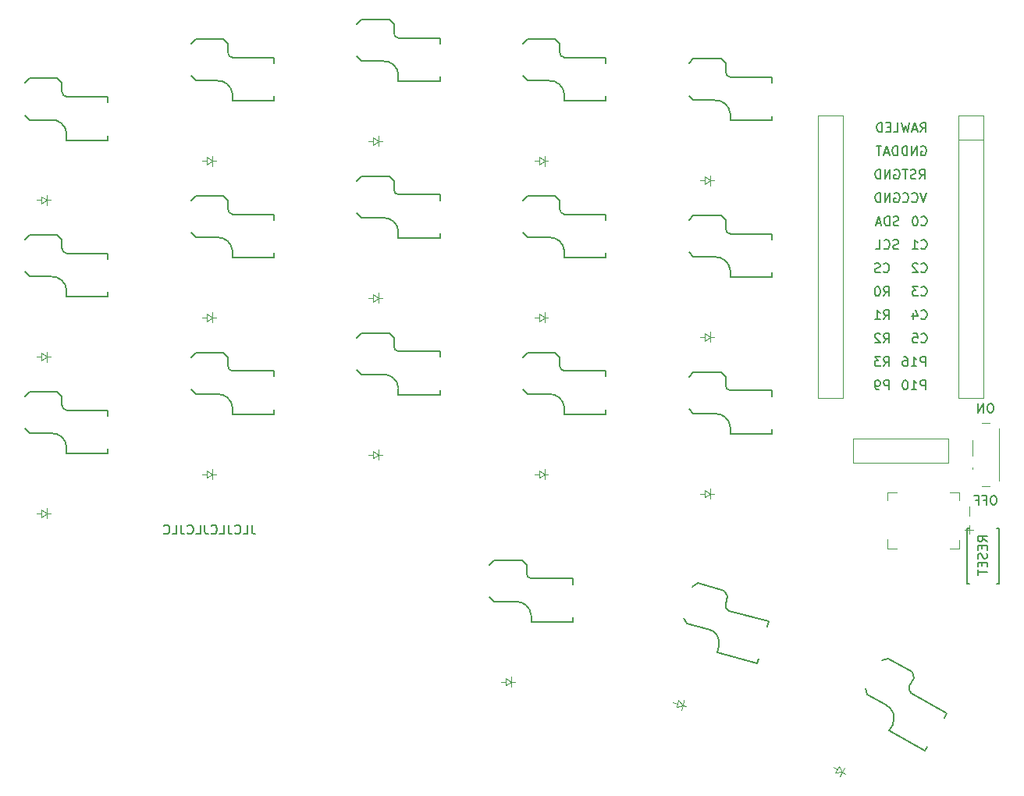
<source format=gbo>
G04 #@! TF.GenerationSoftware,KiCad,Pcbnew,8.0.6+1*
G04 #@! TF.CreationDate,2024-11-30T16:17:38+00:00*
G04 #@! TF.ProjectId,corney_island_wireless,636f726e-6579-45f6-9973-6c616e645f77,0.2*
G04 #@! TF.SameCoordinates,Original*
G04 #@! TF.FileFunction,Legend,Bot*
G04 #@! TF.FilePolarity,Positive*
%FSLAX46Y46*%
G04 Gerber Fmt 4.6, Leading zero omitted, Abs format (unit mm)*
G04 Created by KiCad (PCBNEW 8.0.6+1) date 2024-11-30 16:17:38*
%MOMM*%
%LPD*%
G01*
G04 APERTURE LIST*
%ADD10C,0.150000*%
%ADD11C,0.100000*%
%ADD12C,0.120000*%
%ADD13C,2.300000*%
%ADD14C,4.400000*%
%ADD15C,3.500000*%
%ADD16C,2.000000*%
%ADD17C,3.100000*%
%ADD18C,1.800000*%
%ADD19C,0.900000*%
%ADD20O,1.800000X1.800000*%
%ADD21C,1.000000*%
%ADD22C,2.100000*%
%ADD23O,1.850000X1.300000*%
G04 APERTURE END LIST*
D10*
X122619048Y-106254819D02*
X122619048Y-106969104D01*
X122619048Y-106969104D02*
X122666667Y-107111961D01*
X122666667Y-107111961D02*
X122761905Y-107207200D01*
X122761905Y-107207200D02*
X122904762Y-107254819D01*
X122904762Y-107254819D02*
X123000000Y-107254819D01*
X121666667Y-107254819D02*
X122142857Y-107254819D01*
X122142857Y-107254819D02*
X122142857Y-106254819D01*
X120761905Y-107159580D02*
X120809524Y-107207200D01*
X120809524Y-107207200D02*
X120952381Y-107254819D01*
X120952381Y-107254819D02*
X121047619Y-107254819D01*
X121047619Y-107254819D02*
X121190476Y-107207200D01*
X121190476Y-107207200D02*
X121285714Y-107111961D01*
X121285714Y-107111961D02*
X121333333Y-107016723D01*
X121333333Y-107016723D02*
X121380952Y-106826247D01*
X121380952Y-106826247D02*
X121380952Y-106683390D01*
X121380952Y-106683390D02*
X121333333Y-106492914D01*
X121333333Y-106492914D02*
X121285714Y-106397676D01*
X121285714Y-106397676D02*
X121190476Y-106302438D01*
X121190476Y-106302438D02*
X121047619Y-106254819D01*
X121047619Y-106254819D02*
X120952381Y-106254819D01*
X120952381Y-106254819D02*
X120809524Y-106302438D01*
X120809524Y-106302438D02*
X120761905Y-106350057D01*
X120047619Y-106254819D02*
X120047619Y-106969104D01*
X120047619Y-106969104D02*
X120095238Y-107111961D01*
X120095238Y-107111961D02*
X120190476Y-107207200D01*
X120190476Y-107207200D02*
X120333333Y-107254819D01*
X120333333Y-107254819D02*
X120428571Y-107254819D01*
X119095238Y-107254819D02*
X119571428Y-107254819D01*
X119571428Y-107254819D02*
X119571428Y-106254819D01*
X118190476Y-107159580D02*
X118238095Y-107207200D01*
X118238095Y-107207200D02*
X118380952Y-107254819D01*
X118380952Y-107254819D02*
X118476190Y-107254819D01*
X118476190Y-107254819D02*
X118619047Y-107207200D01*
X118619047Y-107207200D02*
X118714285Y-107111961D01*
X118714285Y-107111961D02*
X118761904Y-107016723D01*
X118761904Y-107016723D02*
X118809523Y-106826247D01*
X118809523Y-106826247D02*
X118809523Y-106683390D01*
X118809523Y-106683390D02*
X118761904Y-106492914D01*
X118761904Y-106492914D02*
X118714285Y-106397676D01*
X118714285Y-106397676D02*
X118619047Y-106302438D01*
X118619047Y-106302438D02*
X118476190Y-106254819D01*
X118476190Y-106254819D02*
X118380952Y-106254819D01*
X118380952Y-106254819D02*
X118238095Y-106302438D01*
X118238095Y-106302438D02*
X118190476Y-106350057D01*
X117476190Y-106254819D02*
X117476190Y-106969104D01*
X117476190Y-106969104D02*
X117523809Y-107111961D01*
X117523809Y-107111961D02*
X117619047Y-107207200D01*
X117619047Y-107207200D02*
X117761904Y-107254819D01*
X117761904Y-107254819D02*
X117857142Y-107254819D01*
X116523809Y-107254819D02*
X116999999Y-107254819D01*
X116999999Y-107254819D02*
X116999999Y-106254819D01*
X115619047Y-107159580D02*
X115666666Y-107207200D01*
X115666666Y-107207200D02*
X115809523Y-107254819D01*
X115809523Y-107254819D02*
X115904761Y-107254819D01*
X115904761Y-107254819D02*
X116047618Y-107207200D01*
X116047618Y-107207200D02*
X116142856Y-107111961D01*
X116142856Y-107111961D02*
X116190475Y-107016723D01*
X116190475Y-107016723D02*
X116238094Y-106826247D01*
X116238094Y-106826247D02*
X116238094Y-106683390D01*
X116238094Y-106683390D02*
X116190475Y-106492914D01*
X116190475Y-106492914D02*
X116142856Y-106397676D01*
X116142856Y-106397676D02*
X116047618Y-106302438D01*
X116047618Y-106302438D02*
X115904761Y-106254819D01*
X115904761Y-106254819D02*
X115809523Y-106254819D01*
X115809523Y-106254819D02*
X115666666Y-106302438D01*
X115666666Y-106302438D02*
X115619047Y-106350057D01*
X114904761Y-106254819D02*
X114904761Y-106969104D01*
X114904761Y-106969104D02*
X114952380Y-107111961D01*
X114952380Y-107111961D02*
X115047618Y-107207200D01*
X115047618Y-107207200D02*
X115190475Y-107254819D01*
X115190475Y-107254819D02*
X115285713Y-107254819D01*
X113952380Y-107254819D02*
X114428570Y-107254819D01*
X114428570Y-107254819D02*
X114428570Y-106254819D01*
X113047618Y-107159580D02*
X113095237Y-107207200D01*
X113095237Y-107207200D02*
X113238094Y-107254819D01*
X113238094Y-107254819D02*
X113333332Y-107254819D01*
X113333332Y-107254819D02*
X113476189Y-107207200D01*
X113476189Y-107207200D02*
X113571427Y-107111961D01*
X113571427Y-107111961D02*
X113619046Y-107016723D01*
X113619046Y-107016723D02*
X113666665Y-106826247D01*
X113666665Y-106826247D02*
X113666665Y-106683390D01*
X113666665Y-106683390D02*
X113619046Y-106492914D01*
X113619046Y-106492914D02*
X113571427Y-106397676D01*
X113571427Y-106397676D02*
X113476189Y-106302438D01*
X113476189Y-106302438D02*
X113333332Y-106254819D01*
X113333332Y-106254819D02*
X113238094Y-106254819D01*
X113238094Y-106254819D02*
X113095237Y-106302438D01*
X113095237Y-106302438D02*
X113047618Y-106350057D01*
X192192857Y-63624819D02*
X192669047Y-63624819D01*
X192669047Y-63624819D02*
X192669047Y-62624819D01*
X191859523Y-63101009D02*
X191526190Y-63101009D01*
X191383333Y-63624819D02*
X191859523Y-63624819D01*
X191859523Y-63624819D02*
X191859523Y-62624819D01*
X191859523Y-62624819D02*
X191383333Y-62624819D01*
X190954761Y-63624819D02*
X190954761Y-62624819D01*
X190954761Y-62624819D02*
X190716666Y-62624819D01*
X190716666Y-62624819D02*
X190573809Y-62672438D01*
X190573809Y-62672438D02*
X190478571Y-62767676D01*
X190478571Y-62767676D02*
X190430952Y-62862914D01*
X190430952Y-62862914D02*
X190383333Y-63053390D01*
X190383333Y-63053390D02*
X190383333Y-63196247D01*
X190383333Y-63196247D02*
X190430952Y-63386723D01*
X190430952Y-63386723D02*
X190478571Y-63481961D01*
X190478571Y-63481961D02*
X190573809Y-63577200D01*
X190573809Y-63577200D02*
X190716666Y-63624819D01*
X190716666Y-63624819D02*
X190954761Y-63624819D01*
X195140476Y-63624819D02*
X195473809Y-63148628D01*
X195711904Y-63624819D02*
X195711904Y-62624819D01*
X195711904Y-62624819D02*
X195330952Y-62624819D01*
X195330952Y-62624819D02*
X195235714Y-62672438D01*
X195235714Y-62672438D02*
X195188095Y-62720057D01*
X195188095Y-62720057D02*
X195140476Y-62815295D01*
X195140476Y-62815295D02*
X195140476Y-62958152D01*
X195140476Y-62958152D02*
X195188095Y-63053390D01*
X195188095Y-63053390D02*
X195235714Y-63101009D01*
X195235714Y-63101009D02*
X195330952Y-63148628D01*
X195330952Y-63148628D02*
X195711904Y-63148628D01*
X194759523Y-63339104D02*
X194283333Y-63339104D01*
X194854761Y-63624819D02*
X194521428Y-62624819D01*
X194521428Y-62624819D02*
X194188095Y-63624819D01*
X193949999Y-62624819D02*
X193711904Y-63624819D01*
X193711904Y-63624819D02*
X193521428Y-62910533D01*
X193521428Y-62910533D02*
X193330952Y-63624819D01*
X193330952Y-63624819D02*
X193092857Y-62624819D01*
X192621428Y-66164819D02*
X192621428Y-65164819D01*
X192621428Y-65164819D02*
X192383333Y-65164819D01*
X192383333Y-65164819D02*
X192240476Y-65212438D01*
X192240476Y-65212438D02*
X192145238Y-65307676D01*
X192145238Y-65307676D02*
X192097619Y-65402914D01*
X192097619Y-65402914D02*
X192050000Y-65593390D01*
X192050000Y-65593390D02*
X192050000Y-65736247D01*
X192050000Y-65736247D02*
X192097619Y-65926723D01*
X192097619Y-65926723D02*
X192145238Y-66021961D01*
X192145238Y-66021961D02*
X192240476Y-66117200D01*
X192240476Y-66117200D02*
X192383333Y-66164819D01*
X192383333Y-66164819D02*
X192621428Y-66164819D01*
X191669047Y-65879104D02*
X191192857Y-65879104D01*
X191764285Y-66164819D02*
X191430952Y-65164819D01*
X191430952Y-65164819D02*
X191097619Y-66164819D01*
X190907142Y-65164819D02*
X190335714Y-65164819D01*
X190621428Y-66164819D02*
X190621428Y-65164819D01*
X195211904Y-65212438D02*
X195307142Y-65164819D01*
X195307142Y-65164819D02*
X195449999Y-65164819D01*
X195449999Y-65164819D02*
X195592856Y-65212438D01*
X195592856Y-65212438D02*
X195688094Y-65307676D01*
X195688094Y-65307676D02*
X195735713Y-65402914D01*
X195735713Y-65402914D02*
X195783332Y-65593390D01*
X195783332Y-65593390D02*
X195783332Y-65736247D01*
X195783332Y-65736247D02*
X195735713Y-65926723D01*
X195735713Y-65926723D02*
X195688094Y-66021961D01*
X195688094Y-66021961D02*
X195592856Y-66117200D01*
X195592856Y-66117200D02*
X195449999Y-66164819D01*
X195449999Y-66164819D02*
X195354761Y-66164819D01*
X195354761Y-66164819D02*
X195211904Y-66117200D01*
X195211904Y-66117200D02*
X195164285Y-66069580D01*
X195164285Y-66069580D02*
X195164285Y-65736247D01*
X195164285Y-65736247D02*
X195354761Y-65736247D01*
X194735713Y-66164819D02*
X194735713Y-65164819D01*
X194735713Y-65164819D02*
X194164285Y-66164819D01*
X194164285Y-66164819D02*
X194164285Y-65164819D01*
X193688094Y-66164819D02*
X193688094Y-65164819D01*
X193688094Y-65164819D02*
X193449999Y-65164819D01*
X193449999Y-65164819D02*
X193307142Y-65212438D01*
X193307142Y-65212438D02*
X193211904Y-65307676D01*
X193211904Y-65307676D02*
X193164285Y-65402914D01*
X193164285Y-65402914D02*
X193116666Y-65593390D01*
X193116666Y-65593390D02*
X193116666Y-65736247D01*
X193116666Y-65736247D02*
X193164285Y-65926723D01*
X193164285Y-65926723D02*
X193211904Y-66021961D01*
X193211904Y-66021961D02*
X193307142Y-66117200D01*
X193307142Y-66117200D02*
X193449999Y-66164819D01*
X193449999Y-66164819D02*
X193688094Y-66164819D01*
X192311904Y-67752438D02*
X192407142Y-67704819D01*
X192407142Y-67704819D02*
X192549999Y-67704819D01*
X192549999Y-67704819D02*
X192692856Y-67752438D01*
X192692856Y-67752438D02*
X192788094Y-67847676D01*
X192788094Y-67847676D02*
X192835713Y-67942914D01*
X192835713Y-67942914D02*
X192883332Y-68133390D01*
X192883332Y-68133390D02*
X192883332Y-68276247D01*
X192883332Y-68276247D02*
X192835713Y-68466723D01*
X192835713Y-68466723D02*
X192788094Y-68561961D01*
X192788094Y-68561961D02*
X192692856Y-68657200D01*
X192692856Y-68657200D02*
X192549999Y-68704819D01*
X192549999Y-68704819D02*
X192454761Y-68704819D01*
X192454761Y-68704819D02*
X192311904Y-68657200D01*
X192311904Y-68657200D02*
X192264285Y-68609580D01*
X192264285Y-68609580D02*
X192264285Y-68276247D01*
X192264285Y-68276247D02*
X192454761Y-68276247D01*
X191835713Y-68704819D02*
X191835713Y-67704819D01*
X191835713Y-67704819D02*
X191264285Y-68704819D01*
X191264285Y-68704819D02*
X191264285Y-67704819D01*
X190788094Y-68704819D02*
X190788094Y-67704819D01*
X190788094Y-67704819D02*
X190549999Y-67704819D01*
X190549999Y-67704819D02*
X190407142Y-67752438D01*
X190407142Y-67752438D02*
X190311904Y-67847676D01*
X190311904Y-67847676D02*
X190264285Y-67942914D01*
X190264285Y-67942914D02*
X190216666Y-68133390D01*
X190216666Y-68133390D02*
X190216666Y-68276247D01*
X190216666Y-68276247D02*
X190264285Y-68466723D01*
X190264285Y-68466723D02*
X190311904Y-68561961D01*
X190311904Y-68561961D02*
X190407142Y-68657200D01*
X190407142Y-68657200D02*
X190549999Y-68704819D01*
X190549999Y-68704819D02*
X190788094Y-68704819D01*
X194997619Y-68704819D02*
X195330952Y-68228628D01*
X195569047Y-68704819D02*
X195569047Y-67704819D01*
X195569047Y-67704819D02*
X195188095Y-67704819D01*
X195188095Y-67704819D02*
X195092857Y-67752438D01*
X195092857Y-67752438D02*
X195045238Y-67800057D01*
X195045238Y-67800057D02*
X194997619Y-67895295D01*
X194997619Y-67895295D02*
X194997619Y-68038152D01*
X194997619Y-68038152D02*
X195045238Y-68133390D01*
X195045238Y-68133390D02*
X195092857Y-68181009D01*
X195092857Y-68181009D02*
X195188095Y-68228628D01*
X195188095Y-68228628D02*
X195569047Y-68228628D01*
X194616666Y-68657200D02*
X194473809Y-68704819D01*
X194473809Y-68704819D02*
X194235714Y-68704819D01*
X194235714Y-68704819D02*
X194140476Y-68657200D01*
X194140476Y-68657200D02*
X194092857Y-68609580D01*
X194092857Y-68609580D02*
X194045238Y-68514342D01*
X194045238Y-68514342D02*
X194045238Y-68419104D01*
X194045238Y-68419104D02*
X194092857Y-68323866D01*
X194092857Y-68323866D02*
X194140476Y-68276247D01*
X194140476Y-68276247D02*
X194235714Y-68228628D01*
X194235714Y-68228628D02*
X194426190Y-68181009D01*
X194426190Y-68181009D02*
X194521428Y-68133390D01*
X194521428Y-68133390D02*
X194569047Y-68085771D01*
X194569047Y-68085771D02*
X194616666Y-67990533D01*
X194616666Y-67990533D02*
X194616666Y-67895295D01*
X194616666Y-67895295D02*
X194569047Y-67800057D01*
X194569047Y-67800057D02*
X194521428Y-67752438D01*
X194521428Y-67752438D02*
X194426190Y-67704819D01*
X194426190Y-67704819D02*
X194188095Y-67704819D01*
X194188095Y-67704819D02*
X194045238Y-67752438D01*
X193759523Y-67704819D02*
X193188095Y-67704819D01*
X193473809Y-68704819D02*
X193473809Y-67704819D01*
X192311904Y-70292438D02*
X192407142Y-70244819D01*
X192407142Y-70244819D02*
X192549999Y-70244819D01*
X192549999Y-70244819D02*
X192692856Y-70292438D01*
X192692856Y-70292438D02*
X192788094Y-70387676D01*
X192788094Y-70387676D02*
X192835713Y-70482914D01*
X192835713Y-70482914D02*
X192883332Y-70673390D01*
X192883332Y-70673390D02*
X192883332Y-70816247D01*
X192883332Y-70816247D02*
X192835713Y-71006723D01*
X192835713Y-71006723D02*
X192788094Y-71101961D01*
X192788094Y-71101961D02*
X192692856Y-71197200D01*
X192692856Y-71197200D02*
X192549999Y-71244819D01*
X192549999Y-71244819D02*
X192454761Y-71244819D01*
X192454761Y-71244819D02*
X192311904Y-71197200D01*
X192311904Y-71197200D02*
X192264285Y-71149580D01*
X192264285Y-71149580D02*
X192264285Y-70816247D01*
X192264285Y-70816247D02*
X192454761Y-70816247D01*
X191835713Y-71244819D02*
X191835713Y-70244819D01*
X191835713Y-70244819D02*
X191264285Y-71244819D01*
X191264285Y-71244819D02*
X191264285Y-70244819D01*
X190788094Y-71244819D02*
X190788094Y-70244819D01*
X190788094Y-70244819D02*
X190549999Y-70244819D01*
X190549999Y-70244819D02*
X190407142Y-70292438D01*
X190407142Y-70292438D02*
X190311904Y-70387676D01*
X190311904Y-70387676D02*
X190264285Y-70482914D01*
X190264285Y-70482914D02*
X190216666Y-70673390D01*
X190216666Y-70673390D02*
X190216666Y-70816247D01*
X190216666Y-70816247D02*
X190264285Y-71006723D01*
X190264285Y-71006723D02*
X190311904Y-71101961D01*
X190311904Y-71101961D02*
X190407142Y-71197200D01*
X190407142Y-71197200D02*
X190549999Y-71244819D01*
X190549999Y-71244819D02*
X190788094Y-71244819D01*
X195783332Y-70244819D02*
X195449999Y-71244819D01*
X195449999Y-71244819D02*
X195116666Y-70244819D01*
X194211904Y-71149580D02*
X194259523Y-71197200D01*
X194259523Y-71197200D02*
X194402380Y-71244819D01*
X194402380Y-71244819D02*
X194497618Y-71244819D01*
X194497618Y-71244819D02*
X194640475Y-71197200D01*
X194640475Y-71197200D02*
X194735713Y-71101961D01*
X194735713Y-71101961D02*
X194783332Y-71006723D01*
X194783332Y-71006723D02*
X194830951Y-70816247D01*
X194830951Y-70816247D02*
X194830951Y-70673390D01*
X194830951Y-70673390D02*
X194783332Y-70482914D01*
X194783332Y-70482914D02*
X194735713Y-70387676D01*
X194735713Y-70387676D02*
X194640475Y-70292438D01*
X194640475Y-70292438D02*
X194497618Y-70244819D01*
X194497618Y-70244819D02*
X194402380Y-70244819D01*
X194402380Y-70244819D02*
X194259523Y-70292438D01*
X194259523Y-70292438D02*
X194211904Y-70340057D01*
X193211904Y-71149580D02*
X193259523Y-71197200D01*
X193259523Y-71197200D02*
X193402380Y-71244819D01*
X193402380Y-71244819D02*
X193497618Y-71244819D01*
X193497618Y-71244819D02*
X193640475Y-71197200D01*
X193640475Y-71197200D02*
X193735713Y-71101961D01*
X193735713Y-71101961D02*
X193783332Y-71006723D01*
X193783332Y-71006723D02*
X193830951Y-70816247D01*
X193830951Y-70816247D02*
X193830951Y-70673390D01*
X193830951Y-70673390D02*
X193783332Y-70482914D01*
X193783332Y-70482914D02*
X193735713Y-70387676D01*
X193735713Y-70387676D02*
X193640475Y-70292438D01*
X193640475Y-70292438D02*
X193497618Y-70244819D01*
X193497618Y-70244819D02*
X193402380Y-70244819D01*
X193402380Y-70244819D02*
X193259523Y-70292438D01*
X193259523Y-70292438D02*
X193211904Y-70340057D01*
X192764285Y-73737200D02*
X192621428Y-73784819D01*
X192621428Y-73784819D02*
X192383333Y-73784819D01*
X192383333Y-73784819D02*
X192288095Y-73737200D01*
X192288095Y-73737200D02*
X192240476Y-73689580D01*
X192240476Y-73689580D02*
X192192857Y-73594342D01*
X192192857Y-73594342D02*
X192192857Y-73499104D01*
X192192857Y-73499104D02*
X192240476Y-73403866D01*
X192240476Y-73403866D02*
X192288095Y-73356247D01*
X192288095Y-73356247D02*
X192383333Y-73308628D01*
X192383333Y-73308628D02*
X192573809Y-73261009D01*
X192573809Y-73261009D02*
X192669047Y-73213390D01*
X192669047Y-73213390D02*
X192716666Y-73165771D01*
X192716666Y-73165771D02*
X192764285Y-73070533D01*
X192764285Y-73070533D02*
X192764285Y-72975295D01*
X192764285Y-72975295D02*
X192716666Y-72880057D01*
X192716666Y-72880057D02*
X192669047Y-72832438D01*
X192669047Y-72832438D02*
X192573809Y-72784819D01*
X192573809Y-72784819D02*
X192335714Y-72784819D01*
X192335714Y-72784819D02*
X192192857Y-72832438D01*
X191764285Y-73784819D02*
X191764285Y-72784819D01*
X191764285Y-72784819D02*
X191526190Y-72784819D01*
X191526190Y-72784819D02*
X191383333Y-72832438D01*
X191383333Y-72832438D02*
X191288095Y-72927676D01*
X191288095Y-72927676D02*
X191240476Y-73022914D01*
X191240476Y-73022914D02*
X191192857Y-73213390D01*
X191192857Y-73213390D02*
X191192857Y-73356247D01*
X191192857Y-73356247D02*
X191240476Y-73546723D01*
X191240476Y-73546723D02*
X191288095Y-73641961D01*
X191288095Y-73641961D02*
X191383333Y-73737200D01*
X191383333Y-73737200D02*
X191526190Y-73784819D01*
X191526190Y-73784819D02*
X191764285Y-73784819D01*
X190811904Y-73499104D02*
X190335714Y-73499104D01*
X190907142Y-73784819D02*
X190573809Y-72784819D01*
X190573809Y-72784819D02*
X190240476Y-73784819D01*
X195206666Y-73689580D02*
X195254285Y-73737200D01*
X195254285Y-73737200D02*
X195397142Y-73784819D01*
X195397142Y-73784819D02*
X195492380Y-73784819D01*
X195492380Y-73784819D02*
X195635237Y-73737200D01*
X195635237Y-73737200D02*
X195730475Y-73641961D01*
X195730475Y-73641961D02*
X195778094Y-73546723D01*
X195778094Y-73546723D02*
X195825713Y-73356247D01*
X195825713Y-73356247D02*
X195825713Y-73213390D01*
X195825713Y-73213390D02*
X195778094Y-73022914D01*
X195778094Y-73022914D02*
X195730475Y-72927676D01*
X195730475Y-72927676D02*
X195635237Y-72832438D01*
X195635237Y-72832438D02*
X195492380Y-72784819D01*
X195492380Y-72784819D02*
X195397142Y-72784819D01*
X195397142Y-72784819D02*
X195254285Y-72832438D01*
X195254285Y-72832438D02*
X195206666Y-72880057D01*
X194587618Y-72784819D02*
X194492380Y-72784819D01*
X194492380Y-72784819D02*
X194397142Y-72832438D01*
X194397142Y-72832438D02*
X194349523Y-72880057D01*
X194349523Y-72880057D02*
X194301904Y-72975295D01*
X194301904Y-72975295D02*
X194254285Y-73165771D01*
X194254285Y-73165771D02*
X194254285Y-73403866D01*
X194254285Y-73403866D02*
X194301904Y-73594342D01*
X194301904Y-73594342D02*
X194349523Y-73689580D01*
X194349523Y-73689580D02*
X194397142Y-73737200D01*
X194397142Y-73737200D02*
X194492380Y-73784819D01*
X194492380Y-73784819D02*
X194587618Y-73784819D01*
X194587618Y-73784819D02*
X194682856Y-73737200D01*
X194682856Y-73737200D02*
X194730475Y-73689580D01*
X194730475Y-73689580D02*
X194778094Y-73594342D01*
X194778094Y-73594342D02*
X194825713Y-73403866D01*
X194825713Y-73403866D02*
X194825713Y-73165771D01*
X194825713Y-73165771D02*
X194778094Y-72975295D01*
X194778094Y-72975295D02*
X194730475Y-72880057D01*
X194730475Y-72880057D02*
X194682856Y-72832438D01*
X194682856Y-72832438D02*
X194587618Y-72784819D01*
X192740475Y-76277200D02*
X192597618Y-76324819D01*
X192597618Y-76324819D02*
X192359523Y-76324819D01*
X192359523Y-76324819D02*
X192264285Y-76277200D01*
X192264285Y-76277200D02*
X192216666Y-76229580D01*
X192216666Y-76229580D02*
X192169047Y-76134342D01*
X192169047Y-76134342D02*
X192169047Y-76039104D01*
X192169047Y-76039104D02*
X192216666Y-75943866D01*
X192216666Y-75943866D02*
X192264285Y-75896247D01*
X192264285Y-75896247D02*
X192359523Y-75848628D01*
X192359523Y-75848628D02*
X192549999Y-75801009D01*
X192549999Y-75801009D02*
X192645237Y-75753390D01*
X192645237Y-75753390D02*
X192692856Y-75705771D01*
X192692856Y-75705771D02*
X192740475Y-75610533D01*
X192740475Y-75610533D02*
X192740475Y-75515295D01*
X192740475Y-75515295D02*
X192692856Y-75420057D01*
X192692856Y-75420057D02*
X192645237Y-75372438D01*
X192645237Y-75372438D02*
X192549999Y-75324819D01*
X192549999Y-75324819D02*
X192311904Y-75324819D01*
X192311904Y-75324819D02*
X192169047Y-75372438D01*
X191169047Y-76229580D02*
X191216666Y-76277200D01*
X191216666Y-76277200D02*
X191359523Y-76324819D01*
X191359523Y-76324819D02*
X191454761Y-76324819D01*
X191454761Y-76324819D02*
X191597618Y-76277200D01*
X191597618Y-76277200D02*
X191692856Y-76181961D01*
X191692856Y-76181961D02*
X191740475Y-76086723D01*
X191740475Y-76086723D02*
X191788094Y-75896247D01*
X191788094Y-75896247D02*
X191788094Y-75753390D01*
X191788094Y-75753390D02*
X191740475Y-75562914D01*
X191740475Y-75562914D02*
X191692856Y-75467676D01*
X191692856Y-75467676D02*
X191597618Y-75372438D01*
X191597618Y-75372438D02*
X191454761Y-75324819D01*
X191454761Y-75324819D02*
X191359523Y-75324819D01*
X191359523Y-75324819D02*
X191216666Y-75372438D01*
X191216666Y-75372438D02*
X191169047Y-75420057D01*
X190264285Y-76324819D02*
X190740475Y-76324819D01*
X190740475Y-76324819D02*
X190740475Y-75324819D01*
X195206666Y-76229580D02*
X195254285Y-76277200D01*
X195254285Y-76277200D02*
X195397142Y-76324819D01*
X195397142Y-76324819D02*
X195492380Y-76324819D01*
X195492380Y-76324819D02*
X195635237Y-76277200D01*
X195635237Y-76277200D02*
X195730475Y-76181961D01*
X195730475Y-76181961D02*
X195778094Y-76086723D01*
X195778094Y-76086723D02*
X195825713Y-75896247D01*
X195825713Y-75896247D02*
X195825713Y-75753390D01*
X195825713Y-75753390D02*
X195778094Y-75562914D01*
X195778094Y-75562914D02*
X195730475Y-75467676D01*
X195730475Y-75467676D02*
X195635237Y-75372438D01*
X195635237Y-75372438D02*
X195492380Y-75324819D01*
X195492380Y-75324819D02*
X195397142Y-75324819D01*
X195397142Y-75324819D02*
X195254285Y-75372438D01*
X195254285Y-75372438D02*
X195206666Y-75420057D01*
X194254285Y-76324819D02*
X194825713Y-76324819D01*
X194539999Y-76324819D02*
X194539999Y-75324819D01*
X194539999Y-75324819D02*
X194635237Y-75467676D01*
X194635237Y-75467676D02*
X194730475Y-75562914D01*
X194730475Y-75562914D02*
X194825713Y-75610533D01*
X191126666Y-78769580D02*
X191174285Y-78817200D01*
X191174285Y-78817200D02*
X191317142Y-78864819D01*
X191317142Y-78864819D02*
X191412380Y-78864819D01*
X191412380Y-78864819D02*
X191555237Y-78817200D01*
X191555237Y-78817200D02*
X191650475Y-78721961D01*
X191650475Y-78721961D02*
X191698094Y-78626723D01*
X191698094Y-78626723D02*
X191745713Y-78436247D01*
X191745713Y-78436247D02*
X191745713Y-78293390D01*
X191745713Y-78293390D02*
X191698094Y-78102914D01*
X191698094Y-78102914D02*
X191650475Y-78007676D01*
X191650475Y-78007676D02*
X191555237Y-77912438D01*
X191555237Y-77912438D02*
X191412380Y-77864819D01*
X191412380Y-77864819D02*
X191317142Y-77864819D01*
X191317142Y-77864819D02*
X191174285Y-77912438D01*
X191174285Y-77912438D02*
X191126666Y-77960057D01*
X190745713Y-78817200D02*
X190602856Y-78864819D01*
X190602856Y-78864819D02*
X190364761Y-78864819D01*
X190364761Y-78864819D02*
X190269523Y-78817200D01*
X190269523Y-78817200D02*
X190221904Y-78769580D01*
X190221904Y-78769580D02*
X190174285Y-78674342D01*
X190174285Y-78674342D02*
X190174285Y-78579104D01*
X190174285Y-78579104D02*
X190221904Y-78483866D01*
X190221904Y-78483866D02*
X190269523Y-78436247D01*
X190269523Y-78436247D02*
X190364761Y-78388628D01*
X190364761Y-78388628D02*
X190555237Y-78341009D01*
X190555237Y-78341009D02*
X190650475Y-78293390D01*
X190650475Y-78293390D02*
X190698094Y-78245771D01*
X190698094Y-78245771D02*
X190745713Y-78150533D01*
X190745713Y-78150533D02*
X190745713Y-78055295D01*
X190745713Y-78055295D02*
X190698094Y-77960057D01*
X190698094Y-77960057D02*
X190650475Y-77912438D01*
X190650475Y-77912438D02*
X190555237Y-77864819D01*
X190555237Y-77864819D02*
X190317142Y-77864819D01*
X190317142Y-77864819D02*
X190174285Y-77912438D01*
X195206666Y-78769580D02*
X195254285Y-78817200D01*
X195254285Y-78817200D02*
X195397142Y-78864819D01*
X195397142Y-78864819D02*
X195492380Y-78864819D01*
X195492380Y-78864819D02*
X195635237Y-78817200D01*
X195635237Y-78817200D02*
X195730475Y-78721961D01*
X195730475Y-78721961D02*
X195778094Y-78626723D01*
X195778094Y-78626723D02*
X195825713Y-78436247D01*
X195825713Y-78436247D02*
X195825713Y-78293390D01*
X195825713Y-78293390D02*
X195778094Y-78102914D01*
X195778094Y-78102914D02*
X195730475Y-78007676D01*
X195730475Y-78007676D02*
X195635237Y-77912438D01*
X195635237Y-77912438D02*
X195492380Y-77864819D01*
X195492380Y-77864819D02*
X195397142Y-77864819D01*
X195397142Y-77864819D02*
X195254285Y-77912438D01*
X195254285Y-77912438D02*
X195206666Y-77960057D01*
X194825713Y-77960057D02*
X194778094Y-77912438D01*
X194778094Y-77912438D02*
X194682856Y-77864819D01*
X194682856Y-77864819D02*
X194444761Y-77864819D01*
X194444761Y-77864819D02*
X194349523Y-77912438D01*
X194349523Y-77912438D02*
X194301904Y-77960057D01*
X194301904Y-77960057D02*
X194254285Y-78055295D01*
X194254285Y-78055295D02*
X194254285Y-78150533D01*
X194254285Y-78150533D02*
X194301904Y-78293390D01*
X194301904Y-78293390D02*
X194873332Y-78864819D01*
X194873332Y-78864819D02*
X194254285Y-78864819D01*
X191126666Y-81404819D02*
X191459999Y-80928628D01*
X191698094Y-81404819D02*
X191698094Y-80404819D01*
X191698094Y-80404819D02*
X191317142Y-80404819D01*
X191317142Y-80404819D02*
X191221904Y-80452438D01*
X191221904Y-80452438D02*
X191174285Y-80500057D01*
X191174285Y-80500057D02*
X191126666Y-80595295D01*
X191126666Y-80595295D02*
X191126666Y-80738152D01*
X191126666Y-80738152D02*
X191174285Y-80833390D01*
X191174285Y-80833390D02*
X191221904Y-80881009D01*
X191221904Y-80881009D02*
X191317142Y-80928628D01*
X191317142Y-80928628D02*
X191698094Y-80928628D01*
X190507618Y-80404819D02*
X190412380Y-80404819D01*
X190412380Y-80404819D02*
X190317142Y-80452438D01*
X190317142Y-80452438D02*
X190269523Y-80500057D01*
X190269523Y-80500057D02*
X190221904Y-80595295D01*
X190221904Y-80595295D02*
X190174285Y-80785771D01*
X190174285Y-80785771D02*
X190174285Y-81023866D01*
X190174285Y-81023866D02*
X190221904Y-81214342D01*
X190221904Y-81214342D02*
X190269523Y-81309580D01*
X190269523Y-81309580D02*
X190317142Y-81357200D01*
X190317142Y-81357200D02*
X190412380Y-81404819D01*
X190412380Y-81404819D02*
X190507618Y-81404819D01*
X190507618Y-81404819D02*
X190602856Y-81357200D01*
X190602856Y-81357200D02*
X190650475Y-81309580D01*
X190650475Y-81309580D02*
X190698094Y-81214342D01*
X190698094Y-81214342D02*
X190745713Y-81023866D01*
X190745713Y-81023866D02*
X190745713Y-80785771D01*
X190745713Y-80785771D02*
X190698094Y-80595295D01*
X190698094Y-80595295D02*
X190650475Y-80500057D01*
X190650475Y-80500057D02*
X190602856Y-80452438D01*
X190602856Y-80452438D02*
X190507618Y-80404819D01*
X195206666Y-81309580D02*
X195254285Y-81357200D01*
X195254285Y-81357200D02*
X195397142Y-81404819D01*
X195397142Y-81404819D02*
X195492380Y-81404819D01*
X195492380Y-81404819D02*
X195635237Y-81357200D01*
X195635237Y-81357200D02*
X195730475Y-81261961D01*
X195730475Y-81261961D02*
X195778094Y-81166723D01*
X195778094Y-81166723D02*
X195825713Y-80976247D01*
X195825713Y-80976247D02*
X195825713Y-80833390D01*
X195825713Y-80833390D02*
X195778094Y-80642914D01*
X195778094Y-80642914D02*
X195730475Y-80547676D01*
X195730475Y-80547676D02*
X195635237Y-80452438D01*
X195635237Y-80452438D02*
X195492380Y-80404819D01*
X195492380Y-80404819D02*
X195397142Y-80404819D01*
X195397142Y-80404819D02*
X195254285Y-80452438D01*
X195254285Y-80452438D02*
X195206666Y-80500057D01*
X194873332Y-80404819D02*
X194254285Y-80404819D01*
X194254285Y-80404819D02*
X194587618Y-80785771D01*
X194587618Y-80785771D02*
X194444761Y-80785771D01*
X194444761Y-80785771D02*
X194349523Y-80833390D01*
X194349523Y-80833390D02*
X194301904Y-80881009D01*
X194301904Y-80881009D02*
X194254285Y-80976247D01*
X194254285Y-80976247D02*
X194254285Y-81214342D01*
X194254285Y-81214342D02*
X194301904Y-81309580D01*
X194301904Y-81309580D02*
X194349523Y-81357200D01*
X194349523Y-81357200D02*
X194444761Y-81404819D01*
X194444761Y-81404819D02*
X194730475Y-81404819D01*
X194730475Y-81404819D02*
X194825713Y-81357200D01*
X194825713Y-81357200D02*
X194873332Y-81309580D01*
X191126666Y-83944819D02*
X191459999Y-83468628D01*
X191698094Y-83944819D02*
X191698094Y-82944819D01*
X191698094Y-82944819D02*
X191317142Y-82944819D01*
X191317142Y-82944819D02*
X191221904Y-82992438D01*
X191221904Y-82992438D02*
X191174285Y-83040057D01*
X191174285Y-83040057D02*
X191126666Y-83135295D01*
X191126666Y-83135295D02*
X191126666Y-83278152D01*
X191126666Y-83278152D02*
X191174285Y-83373390D01*
X191174285Y-83373390D02*
X191221904Y-83421009D01*
X191221904Y-83421009D02*
X191317142Y-83468628D01*
X191317142Y-83468628D02*
X191698094Y-83468628D01*
X190174285Y-83944819D02*
X190745713Y-83944819D01*
X190459999Y-83944819D02*
X190459999Y-82944819D01*
X190459999Y-82944819D02*
X190555237Y-83087676D01*
X190555237Y-83087676D02*
X190650475Y-83182914D01*
X190650475Y-83182914D02*
X190745713Y-83230533D01*
X195206666Y-83849580D02*
X195254285Y-83897200D01*
X195254285Y-83897200D02*
X195397142Y-83944819D01*
X195397142Y-83944819D02*
X195492380Y-83944819D01*
X195492380Y-83944819D02*
X195635237Y-83897200D01*
X195635237Y-83897200D02*
X195730475Y-83801961D01*
X195730475Y-83801961D02*
X195778094Y-83706723D01*
X195778094Y-83706723D02*
X195825713Y-83516247D01*
X195825713Y-83516247D02*
X195825713Y-83373390D01*
X195825713Y-83373390D02*
X195778094Y-83182914D01*
X195778094Y-83182914D02*
X195730475Y-83087676D01*
X195730475Y-83087676D02*
X195635237Y-82992438D01*
X195635237Y-82992438D02*
X195492380Y-82944819D01*
X195492380Y-82944819D02*
X195397142Y-82944819D01*
X195397142Y-82944819D02*
X195254285Y-82992438D01*
X195254285Y-82992438D02*
X195206666Y-83040057D01*
X194349523Y-83278152D02*
X194349523Y-83944819D01*
X194587618Y-82897200D02*
X194825713Y-83611485D01*
X194825713Y-83611485D02*
X194206666Y-83611485D01*
X191126666Y-86484819D02*
X191459999Y-86008628D01*
X191698094Y-86484819D02*
X191698094Y-85484819D01*
X191698094Y-85484819D02*
X191317142Y-85484819D01*
X191317142Y-85484819D02*
X191221904Y-85532438D01*
X191221904Y-85532438D02*
X191174285Y-85580057D01*
X191174285Y-85580057D02*
X191126666Y-85675295D01*
X191126666Y-85675295D02*
X191126666Y-85818152D01*
X191126666Y-85818152D02*
X191174285Y-85913390D01*
X191174285Y-85913390D02*
X191221904Y-85961009D01*
X191221904Y-85961009D02*
X191317142Y-86008628D01*
X191317142Y-86008628D02*
X191698094Y-86008628D01*
X190745713Y-85580057D02*
X190698094Y-85532438D01*
X190698094Y-85532438D02*
X190602856Y-85484819D01*
X190602856Y-85484819D02*
X190364761Y-85484819D01*
X190364761Y-85484819D02*
X190269523Y-85532438D01*
X190269523Y-85532438D02*
X190221904Y-85580057D01*
X190221904Y-85580057D02*
X190174285Y-85675295D01*
X190174285Y-85675295D02*
X190174285Y-85770533D01*
X190174285Y-85770533D02*
X190221904Y-85913390D01*
X190221904Y-85913390D02*
X190793332Y-86484819D01*
X190793332Y-86484819D02*
X190174285Y-86484819D01*
X195206666Y-86389580D02*
X195254285Y-86437200D01*
X195254285Y-86437200D02*
X195397142Y-86484819D01*
X195397142Y-86484819D02*
X195492380Y-86484819D01*
X195492380Y-86484819D02*
X195635237Y-86437200D01*
X195635237Y-86437200D02*
X195730475Y-86341961D01*
X195730475Y-86341961D02*
X195778094Y-86246723D01*
X195778094Y-86246723D02*
X195825713Y-86056247D01*
X195825713Y-86056247D02*
X195825713Y-85913390D01*
X195825713Y-85913390D02*
X195778094Y-85722914D01*
X195778094Y-85722914D02*
X195730475Y-85627676D01*
X195730475Y-85627676D02*
X195635237Y-85532438D01*
X195635237Y-85532438D02*
X195492380Y-85484819D01*
X195492380Y-85484819D02*
X195397142Y-85484819D01*
X195397142Y-85484819D02*
X195254285Y-85532438D01*
X195254285Y-85532438D02*
X195206666Y-85580057D01*
X194301904Y-85484819D02*
X194778094Y-85484819D01*
X194778094Y-85484819D02*
X194825713Y-85961009D01*
X194825713Y-85961009D02*
X194778094Y-85913390D01*
X194778094Y-85913390D02*
X194682856Y-85865771D01*
X194682856Y-85865771D02*
X194444761Y-85865771D01*
X194444761Y-85865771D02*
X194349523Y-85913390D01*
X194349523Y-85913390D02*
X194301904Y-85961009D01*
X194301904Y-85961009D02*
X194254285Y-86056247D01*
X194254285Y-86056247D02*
X194254285Y-86294342D01*
X194254285Y-86294342D02*
X194301904Y-86389580D01*
X194301904Y-86389580D02*
X194349523Y-86437200D01*
X194349523Y-86437200D02*
X194444761Y-86484819D01*
X194444761Y-86484819D02*
X194682856Y-86484819D01*
X194682856Y-86484819D02*
X194778094Y-86437200D01*
X194778094Y-86437200D02*
X194825713Y-86389580D01*
X191126666Y-89024819D02*
X191459999Y-88548628D01*
X191698094Y-89024819D02*
X191698094Y-88024819D01*
X191698094Y-88024819D02*
X191317142Y-88024819D01*
X191317142Y-88024819D02*
X191221904Y-88072438D01*
X191221904Y-88072438D02*
X191174285Y-88120057D01*
X191174285Y-88120057D02*
X191126666Y-88215295D01*
X191126666Y-88215295D02*
X191126666Y-88358152D01*
X191126666Y-88358152D02*
X191174285Y-88453390D01*
X191174285Y-88453390D02*
X191221904Y-88501009D01*
X191221904Y-88501009D02*
X191317142Y-88548628D01*
X191317142Y-88548628D02*
X191698094Y-88548628D01*
X190793332Y-88024819D02*
X190174285Y-88024819D01*
X190174285Y-88024819D02*
X190507618Y-88405771D01*
X190507618Y-88405771D02*
X190364761Y-88405771D01*
X190364761Y-88405771D02*
X190269523Y-88453390D01*
X190269523Y-88453390D02*
X190221904Y-88501009D01*
X190221904Y-88501009D02*
X190174285Y-88596247D01*
X190174285Y-88596247D02*
X190174285Y-88834342D01*
X190174285Y-88834342D02*
X190221904Y-88929580D01*
X190221904Y-88929580D02*
X190269523Y-88977200D01*
X190269523Y-88977200D02*
X190364761Y-89024819D01*
X190364761Y-89024819D02*
X190650475Y-89024819D01*
X190650475Y-89024819D02*
X190745713Y-88977200D01*
X190745713Y-88977200D02*
X190793332Y-88929580D01*
X195664285Y-89024819D02*
X195664285Y-88024819D01*
X195664285Y-88024819D02*
X195283333Y-88024819D01*
X195283333Y-88024819D02*
X195188095Y-88072438D01*
X195188095Y-88072438D02*
X195140476Y-88120057D01*
X195140476Y-88120057D02*
X195092857Y-88215295D01*
X195092857Y-88215295D02*
X195092857Y-88358152D01*
X195092857Y-88358152D02*
X195140476Y-88453390D01*
X195140476Y-88453390D02*
X195188095Y-88501009D01*
X195188095Y-88501009D02*
X195283333Y-88548628D01*
X195283333Y-88548628D02*
X195664285Y-88548628D01*
X194140476Y-89024819D02*
X194711904Y-89024819D01*
X194426190Y-89024819D02*
X194426190Y-88024819D01*
X194426190Y-88024819D02*
X194521428Y-88167676D01*
X194521428Y-88167676D02*
X194616666Y-88262914D01*
X194616666Y-88262914D02*
X194711904Y-88310533D01*
X193283333Y-88024819D02*
X193473809Y-88024819D01*
X193473809Y-88024819D02*
X193569047Y-88072438D01*
X193569047Y-88072438D02*
X193616666Y-88120057D01*
X193616666Y-88120057D02*
X193711904Y-88262914D01*
X193711904Y-88262914D02*
X193759523Y-88453390D01*
X193759523Y-88453390D02*
X193759523Y-88834342D01*
X193759523Y-88834342D02*
X193711904Y-88929580D01*
X193711904Y-88929580D02*
X193664285Y-88977200D01*
X193664285Y-88977200D02*
X193569047Y-89024819D01*
X193569047Y-89024819D02*
X193378571Y-89024819D01*
X193378571Y-89024819D02*
X193283333Y-88977200D01*
X193283333Y-88977200D02*
X193235714Y-88929580D01*
X193235714Y-88929580D02*
X193188095Y-88834342D01*
X193188095Y-88834342D02*
X193188095Y-88596247D01*
X193188095Y-88596247D02*
X193235714Y-88501009D01*
X193235714Y-88501009D02*
X193283333Y-88453390D01*
X193283333Y-88453390D02*
X193378571Y-88405771D01*
X193378571Y-88405771D02*
X193569047Y-88405771D01*
X193569047Y-88405771D02*
X193664285Y-88453390D01*
X193664285Y-88453390D02*
X193711904Y-88501009D01*
X193711904Y-88501009D02*
X193759523Y-88596247D01*
X191698094Y-91564819D02*
X191698094Y-90564819D01*
X191698094Y-90564819D02*
X191317142Y-90564819D01*
X191317142Y-90564819D02*
X191221904Y-90612438D01*
X191221904Y-90612438D02*
X191174285Y-90660057D01*
X191174285Y-90660057D02*
X191126666Y-90755295D01*
X191126666Y-90755295D02*
X191126666Y-90898152D01*
X191126666Y-90898152D02*
X191174285Y-90993390D01*
X191174285Y-90993390D02*
X191221904Y-91041009D01*
X191221904Y-91041009D02*
X191317142Y-91088628D01*
X191317142Y-91088628D02*
X191698094Y-91088628D01*
X190650475Y-91564819D02*
X190459999Y-91564819D01*
X190459999Y-91564819D02*
X190364761Y-91517200D01*
X190364761Y-91517200D02*
X190317142Y-91469580D01*
X190317142Y-91469580D02*
X190221904Y-91326723D01*
X190221904Y-91326723D02*
X190174285Y-91136247D01*
X190174285Y-91136247D02*
X190174285Y-90755295D01*
X190174285Y-90755295D02*
X190221904Y-90660057D01*
X190221904Y-90660057D02*
X190269523Y-90612438D01*
X190269523Y-90612438D02*
X190364761Y-90564819D01*
X190364761Y-90564819D02*
X190555237Y-90564819D01*
X190555237Y-90564819D02*
X190650475Y-90612438D01*
X190650475Y-90612438D02*
X190698094Y-90660057D01*
X190698094Y-90660057D02*
X190745713Y-90755295D01*
X190745713Y-90755295D02*
X190745713Y-90993390D01*
X190745713Y-90993390D02*
X190698094Y-91088628D01*
X190698094Y-91088628D02*
X190650475Y-91136247D01*
X190650475Y-91136247D02*
X190555237Y-91183866D01*
X190555237Y-91183866D02*
X190364761Y-91183866D01*
X190364761Y-91183866D02*
X190269523Y-91136247D01*
X190269523Y-91136247D02*
X190221904Y-91088628D01*
X190221904Y-91088628D02*
X190174285Y-90993390D01*
X195664285Y-91564819D02*
X195664285Y-90564819D01*
X195664285Y-90564819D02*
X195283333Y-90564819D01*
X195283333Y-90564819D02*
X195188095Y-90612438D01*
X195188095Y-90612438D02*
X195140476Y-90660057D01*
X195140476Y-90660057D02*
X195092857Y-90755295D01*
X195092857Y-90755295D02*
X195092857Y-90898152D01*
X195092857Y-90898152D02*
X195140476Y-90993390D01*
X195140476Y-90993390D02*
X195188095Y-91041009D01*
X195188095Y-91041009D02*
X195283333Y-91088628D01*
X195283333Y-91088628D02*
X195664285Y-91088628D01*
X194140476Y-91564819D02*
X194711904Y-91564819D01*
X194426190Y-91564819D02*
X194426190Y-90564819D01*
X194426190Y-90564819D02*
X194521428Y-90707676D01*
X194521428Y-90707676D02*
X194616666Y-90802914D01*
X194616666Y-90802914D02*
X194711904Y-90850533D01*
X193521428Y-90564819D02*
X193426190Y-90564819D01*
X193426190Y-90564819D02*
X193330952Y-90612438D01*
X193330952Y-90612438D02*
X193283333Y-90660057D01*
X193283333Y-90660057D02*
X193235714Y-90755295D01*
X193235714Y-90755295D02*
X193188095Y-90945771D01*
X193188095Y-90945771D02*
X193188095Y-91183866D01*
X193188095Y-91183866D02*
X193235714Y-91374342D01*
X193235714Y-91374342D02*
X193283333Y-91469580D01*
X193283333Y-91469580D02*
X193330952Y-91517200D01*
X193330952Y-91517200D02*
X193426190Y-91564819D01*
X193426190Y-91564819D02*
X193521428Y-91564819D01*
X193521428Y-91564819D02*
X193616666Y-91517200D01*
X193616666Y-91517200D02*
X193664285Y-91469580D01*
X193664285Y-91469580D02*
X193711904Y-91374342D01*
X193711904Y-91374342D02*
X193759523Y-91183866D01*
X193759523Y-91183866D02*
X193759523Y-90945771D01*
X193759523Y-90945771D02*
X193711904Y-90755295D01*
X193711904Y-90755295D02*
X193664285Y-90660057D01*
X193664285Y-90660057D02*
X193616666Y-90612438D01*
X193616666Y-90612438D02*
X193521428Y-90564819D01*
X202819047Y-93079819D02*
X202628571Y-93079819D01*
X202628571Y-93079819D02*
X202533333Y-93127438D01*
X202533333Y-93127438D02*
X202438095Y-93222676D01*
X202438095Y-93222676D02*
X202390476Y-93413152D01*
X202390476Y-93413152D02*
X202390476Y-93746485D01*
X202390476Y-93746485D02*
X202438095Y-93936961D01*
X202438095Y-93936961D02*
X202533333Y-94032200D01*
X202533333Y-94032200D02*
X202628571Y-94079819D01*
X202628571Y-94079819D02*
X202819047Y-94079819D01*
X202819047Y-94079819D02*
X202914285Y-94032200D01*
X202914285Y-94032200D02*
X203009523Y-93936961D01*
X203009523Y-93936961D02*
X203057142Y-93746485D01*
X203057142Y-93746485D02*
X203057142Y-93413152D01*
X203057142Y-93413152D02*
X203009523Y-93222676D01*
X203009523Y-93222676D02*
X202914285Y-93127438D01*
X202914285Y-93127438D02*
X202819047Y-93079819D01*
X201961904Y-94079819D02*
X201961904Y-93079819D01*
X201961904Y-93079819D02*
X201390476Y-94079819D01*
X201390476Y-94079819D02*
X201390476Y-93079819D01*
X203152380Y-103079819D02*
X202961904Y-103079819D01*
X202961904Y-103079819D02*
X202866666Y-103127438D01*
X202866666Y-103127438D02*
X202771428Y-103222676D01*
X202771428Y-103222676D02*
X202723809Y-103413152D01*
X202723809Y-103413152D02*
X202723809Y-103746485D01*
X202723809Y-103746485D02*
X202771428Y-103936961D01*
X202771428Y-103936961D02*
X202866666Y-104032200D01*
X202866666Y-104032200D02*
X202961904Y-104079819D01*
X202961904Y-104079819D02*
X203152380Y-104079819D01*
X203152380Y-104079819D02*
X203247618Y-104032200D01*
X203247618Y-104032200D02*
X203342856Y-103936961D01*
X203342856Y-103936961D02*
X203390475Y-103746485D01*
X203390475Y-103746485D02*
X203390475Y-103413152D01*
X203390475Y-103413152D02*
X203342856Y-103222676D01*
X203342856Y-103222676D02*
X203247618Y-103127438D01*
X203247618Y-103127438D02*
X203152380Y-103079819D01*
X201961904Y-103556009D02*
X202295237Y-103556009D01*
X202295237Y-104079819D02*
X202295237Y-103079819D01*
X202295237Y-103079819D02*
X201819047Y-103079819D01*
X201104761Y-103556009D02*
X201438094Y-103556009D01*
X201438094Y-104079819D02*
X201438094Y-103079819D01*
X201438094Y-103079819D02*
X200961904Y-103079819D01*
X202354819Y-108045618D02*
X201878628Y-107712285D01*
X202354819Y-107474190D02*
X201354819Y-107474190D01*
X201354819Y-107474190D02*
X201354819Y-107855142D01*
X201354819Y-107855142D02*
X201402438Y-107950380D01*
X201402438Y-107950380D02*
X201450057Y-107997999D01*
X201450057Y-107997999D02*
X201545295Y-108045618D01*
X201545295Y-108045618D02*
X201688152Y-108045618D01*
X201688152Y-108045618D02*
X201783390Y-107997999D01*
X201783390Y-107997999D02*
X201831009Y-107950380D01*
X201831009Y-107950380D02*
X201878628Y-107855142D01*
X201878628Y-107855142D02*
X201878628Y-107474190D01*
X201831009Y-108474190D02*
X201831009Y-108807523D01*
X202354819Y-108950380D02*
X202354819Y-108474190D01*
X202354819Y-108474190D02*
X201354819Y-108474190D01*
X201354819Y-108474190D02*
X201354819Y-108950380D01*
X202307200Y-109331333D02*
X202354819Y-109474190D01*
X202354819Y-109474190D02*
X202354819Y-109712285D01*
X202354819Y-109712285D02*
X202307200Y-109807523D01*
X202307200Y-109807523D02*
X202259580Y-109855142D01*
X202259580Y-109855142D02*
X202164342Y-109902761D01*
X202164342Y-109902761D02*
X202069104Y-109902761D01*
X202069104Y-109902761D02*
X201973866Y-109855142D01*
X201973866Y-109855142D02*
X201926247Y-109807523D01*
X201926247Y-109807523D02*
X201878628Y-109712285D01*
X201878628Y-109712285D02*
X201831009Y-109521809D01*
X201831009Y-109521809D02*
X201783390Y-109426571D01*
X201783390Y-109426571D02*
X201735771Y-109378952D01*
X201735771Y-109378952D02*
X201640533Y-109331333D01*
X201640533Y-109331333D02*
X201545295Y-109331333D01*
X201545295Y-109331333D02*
X201450057Y-109378952D01*
X201450057Y-109378952D02*
X201402438Y-109426571D01*
X201402438Y-109426571D02*
X201354819Y-109521809D01*
X201354819Y-109521809D02*
X201354819Y-109759904D01*
X201354819Y-109759904D02*
X201402438Y-109902761D01*
X201831009Y-110331333D02*
X201831009Y-110664666D01*
X202354819Y-110807523D02*
X202354819Y-110331333D01*
X202354819Y-110331333D02*
X201354819Y-110331333D01*
X201354819Y-110331333D02*
X201354819Y-110807523D01*
X201354819Y-111093238D02*
X201354819Y-111664666D01*
X202354819Y-111378952D02*
X201354819Y-111378952D01*
X98500000Y-91800000D02*
X98000000Y-92300000D01*
X101500000Y-91800000D02*
X98500000Y-91800000D01*
X102000000Y-92300000D02*
X101500000Y-91800000D01*
X102000000Y-92300000D02*
X102000000Y-93220000D01*
X102520000Y-93800000D02*
X107000000Y-93800000D01*
X107000000Y-93800000D02*
X107000000Y-94400000D01*
X102520000Y-93800000D02*
G75*
G02*
X102000000Y-93220000I30000J550000D01*
G01*
X98500000Y-96300000D02*
X98000000Y-95800000D01*
X100800000Y-96300000D02*
X98500000Y-96300000D01*
X102500000Y-98500000D02*
X102500000Y-97800000D01*
X107000000Y-98500000D02*
X102500000Y-98500000D01*
X107000000Y-98000000D02*
X107000000Y-98500000D01*
X100800000Y-96300000D02*
G75*
G02*
X102500000Y-97780000I110000J-1590000D01*
G01*
X98500000Y-74800000D02*
X98000000Y-75300000D01*
X101500000Y-74800000D02*
X98500000Y-74800000D01*
X102000000Y-75300000D02*
X101500000Y-74800000D01*
X102000000Y-75300000D02*
X102000000Y-76220000D01*
X102520000Y-76800000D02*
X107000000Y-76800000D01*
X107000000Y-76800000D02*
X107000000Y-77400000D01*
X102520000Y-76800000D02*
G75*
G02*
X102000000Y-76220000I30000J550000D01*
G01*
X98500000Y-79300000D02*
X98000000Y-78800000D01*
X100800000Y-79300000D02*
X98500000Y-79300000D01*
X102500000Y-81500000D02*
X102500000Y-80800000D01*
X107000000Y-81500000D02*
X102500000Y-81500000D01*
X107000000Y-81000000D02*
X107000000Y-81500000D01*
X100800000Y-79300000D02*
G75*
G02*
X102500000Y-80780000I110000J-1590000D01*
G01*
X98500000Y-57800000D02*
X98000000Y-58300000D01*
X101500000Y-57800000D02*
X98500000Y-57800000D01*
X102000000Y-58300000D02*
X101500000Y-57800000D01*
X102000000Y-58300000D02*
X102000000Y-59220000D01*
X102520000Y-59800000D02*
X107000000Y-59800000D01*
X107000000Y-59800000D02*
X107000000Y-60400000D01*
X102520000Y-59800000D02*
G75*
G02*
X102000000Y-59220000I30000J550000D01*
G01*
X98500000Y-62300000D02*
X98000000Y-61800000D01*
X100800000Y-62300000D02*
X98500000Y-62300000D01*
X102500000Y-64500000D02*
X102500000Y-63800000D01*
X107000000Y-64500000D02*
X102500000Y-64500000D01*
X107000000Y-64000000D02*
X107000000Y-64500000D01*
X100800000Y-62300000D02*
G75*
G02*
X102500000Y-63780000I110000J-1590000D01*
G01*
X116500000Y-87550000D02*
X116000000Y-88050000D01*
X119500000Y-87550000D02*
X116500000Y-87550000D01*
X120000000Y-88050000D02*
X119500000Y-87550000D01*
X120000000Y-88050000D02*
X120000000Y-88970000D01*
X120520000Y-89550000D02*
X125000000Y-89550000D01*
X125000000Y-89550000D02*
X125000000Y-90150000D01*
X120520000Y-89550000D02*
G75*
G02*
X120000000Y-88970000I30000J550000D01*
G01*
X116500000Y-92050000D02*
X116000000Y-91550000D01*
X118800000Y-92050000D02*
X116500000Y-92050000D01*
X120500000Y-94250000D02*
X120500000Y-93550000D01*
X125000000Y-94250000D02*
X120500000Y-94250000D01*
X125000000Y-93750000D02*
X125000000Y-94250000D01*
X118800000Y-92050000D02*
G75*
G02*
X120500000Y-93530000I110000J-1590000D01*
G01*
X116500000Y-70550000D02*
X116000000Y-71050000D01*
X119500000Y-70550000D02*
X116500000Y-70550000D01*
X120000000Y-71050000D02*
X119500000Y-70550000D01*
X120000000Y-71050000D02*
X120000000Y-71970000D01*
X120520000Y-72550000D02*
X125000000Y-72550000D01*
X125000000Y-72550000D02*
X125000000Y-73150000D01*
X120520000Y-72550000D02*
G75*
G02*
X120000000Y-71970000I30000J550000D01*
G01*
X116500000Y-75050000D02*
X116000000Y-74550000D01*
X118800000Y-75050000D02*
X116500000Y-75050000D01*
X120500000Y-77250000D02*
X120500000Y-76550000D01*
X125000000Y-77250000D02*
X120500000Y-77250000D01*
X125000000Y-76750000D02*
X125000000Y-77250000D01*
X118800000Y-75050000D02*
G75*
G02*
X120500000Y-76530000I110000J-1590000D01*
G01*
X116500000Y-53550000D02*
X116000000Y-54050000D01*
X119500000Y-53550000D02*
X116500000Y-53550000D01*
X120000000Y-54050000D02*
X119500000Y-53550000D01*
X120000000Y-54050000D02*
X120000000Y-54970000D01*
X120520000Y-55550000D02*
X125000000Y-55550000D01*
X125000000Y-55550000D02*
X125000000Y-56150000D01*
X120520000Y-55550000D02*
G75*
G02*
X120000000Y-54970000I30000J550000D01*
G01*
X116500000Y-58050000D02*
X116000000Y-57550000D01*
X118800000Y-58050000D02*
X116500000Y-58050000D01*
X120500000Y-60250000D02*
X120500000Y-59550000D01*
X125000000Y-60250000D02*
X120500000Y-60250000D01*
X125000000Y-59750000D02*
X125000000Y-60250000D01*
X118800000Y-58050000D02*
G75*
G02*
X120500000Y-59530000I110000J-1590000D01*
G01*
X134500000Y-85425000D02*
X134000000Y-85925000D01*
X137500000Y-85425000D02*
X134500000Y-85425000D01*
X138000000Y-85925000D02*
X137500000Y-85425000D01*
X138000000Y-85925000D02*
X138000000Y-86845000D01*
X138520000Y-87425000D02*
X143000000Y-87425000D01*
X143000000Y-87425000D02*
X143000000Y-88025000D01*
X138520000Y-87425000D02*
G75*
G02*
X138000000Y-86845000I30000J550000D01*
G01*
X134500000Y-89925000D02*
X134000000Y-89425000D01*
X136800000Y-89925000D02*
X134500000Y-89925000D01*
X138500000Y-92125000D02*
X138500000Y-91425000D01*
X143000000Y-92125000D02*
X138500000Y-92125000D01*
X143000000Y-91625000D02*
X143000000Y-92125000D01*
X136800000Y-89925000D02*
G75*
G02*
X138500000Y-91405000I110000J-1590000D01*
G01*
X134500000Y-68425000D02*
X134000000Y-68925000D01*
X137500000Y-68425000D02*
X134500000Y-68425000D01*
X138000000Y-68925000D02*
X137500000Y-68425000D01*
X138000000Y-68925000D02*
X138000000Y-69845000D01*
X138520000Y-70425000D02*
X143000000Y-70425000D01*
X143000000Y-70425000D02*
X143000000Y-71025000D01*
X138520000Y-70425000D02*
G75*
G02*
X138000000Y-69845000I30000J550000D01*
G01*
X134500000Y-72925000D02*
X134000000Y-72425000D01*
X136800000Y-72925000D02*
X134500000Y-72925000D01*
X138500000Y-75125000D02*
X138500000Y-74425000D01*
X143000000Y-75125000D02*
X138500000Y-75125000D01*
X143000000Y-74625000D02*
X143000000Y-75125000D01*
X136800000Y-72925000D02*
G75*
G02*
X138500000Y-74405000I110000J-1590000D01*
G01*
X134500000Y-51425000D02*
X134000000Y-51925000D01*
X137500000Y-51425000D02*
X134500000Y-51425000D01*
X138000000Y-51925000D02*
X137500000Y-51425000D01*
X138000000Y-51925000D02*
X138000000Y-52845000D01*
X138520000Y-53425000D02*
X143000000Y-53425000D01*
X143000000Y-53425000D02*
X143000000Y-54025000D01*
X138520000Y-53425000D02*
G75*
G02*
X138000000Y-52845000I30000J550000D01*
G01*
X134500000Y-55925000D02*
X134000000Y-55425000D01*
X136800000Y-55925000D02*
X134500000Y-55925000D01*
X138500000Y-58125000D02*
X138500000Y-57425000D01*
X143000000Y-58125000D02*
X138500000Y-58125000D01*
X143000000Y-57625000D02*
X143000000Y-58125000D01*
X136800000Y-55925000D02*
G75*
G02*
X138500000Y-57405000I110000J-1590000D01*
G01*
X152500000Y-87550000D02*
X152000000Y-88050000D01*
X155500000Y-87550000D02*
X152500000Y-87550000D01*
X156000000Y-88050000D02*
X155500000Y-87550000D01*
X156000000Y-88050000D02*
X156000000Y-88970000D01*
X156520000Y-89550000D02*
X161000000Y-89550000D01*
X161000000Y-89550000D02*
X161000000Y-90150000D01*
X156520000Y-89550000D02*
G75*
G02*
X156000000Y-88970000I30000J550000D01*
G01*
X152500000Y-92050000D02*
X152000000Y-91550000D01*
X154800000Y-92050000D02*
X152500000Y-92050000D01*
X156500000Y-94250000D02*
X156500000Y-93550000D01*
X161000000Y-94250000D02*
X156500000Y-94250000D01*
X161000000Y-93750000D02*
X161000000Y-94250000D01*
X154800000Y-92050000D02*
G75*
G02*
X156500000Y-93530000I110000J-1590000D01*
G01*
X152500000Y-70550000D02*
X152000000Y-71050000D01*
X155500000Y-70550000D02*
X152500000Y-70550000D01*
X156000000Y-71050000D02*
X155500000Y-70550000D01*
X156000000Y-71050000D02*
X156000000Y-71970000D01*
X156520000Y-72550000D02*
X161000000Y-72550000D01*
X161000000Y-72550000D02*
X161000000Y-73150000D01*
X156520000Y-72550000D02*
G75*
G02*
X156000000Y-71970000I30000J550000D01*
G01*
X152500000Y-75050000D02*
X152000000Y-74550000D01*
X154800000Y-75050000D02*
X152500000Y-75050000D01*
X156500000Y-77250000D02*
X156500000Y-76550000D01*
X161000000Y-77250000D02*
X156500000Y-77250000D01*
X161000000Y-76750000D02*
X161000000Y-77250000D01*
X154800000Y-75050000D02*
G75*
G02*
X156500000Y-76530000I110000J-1590000D01*
G01*
X152500000Y-53550000D02*
X152000000Y-54050000D01*
X155500000Y-53550000D02*
X152500000Y-53550000D01*
X156000000Y-54050000D02*
X155500000Y-53550000D01*
X156000000Y-54050000D02*
X156000000Y-54970000D01*
X156520000Y-55550000D02*
X161000000Y-55550000D01*
X161000000Y-55550000D02*
X161000000Y-56150000D01*
X156520000Y-55550000D02*
G75*
G02*
X156000000Y-54970000I30000J550000D01*
G01*
X152500000Y-58050000D02*
X152000000Y-57550000D01*
X154800000Y-58050000D02*
X152500000Y-58050000D01*
X156500000Y-60250000D02*
X156500000Y-59550000D01*
X161000000Y-60250000D02*
X156500000Y-60250000D01*
X161000000Y-59750000D02*
X161000000Y-60250000D01*
X154800000Y-58050000D02*
G75*
G02*
X156500000Y-59530000I110000J-1590000D01*
G01*
X170500000Y-89675000D02*
X170000000Y-90175000D01*
X173500000Y-89675000D02*
X170500000Y-89675000D01*
X174000000Y-90175000D02*
X173500000Y-89675000D01*
X174000000Y-90175000D02*
X174000000Y-91095000D01*
X174520000Y-91675000D02*
X179000000Y-91675000D01*
X179000000Y-91675000D02*
X179000000Y-92275000D01*
X174520000Y-91675000D02*
G75*
G02*
X174000000Y-91095000I30000J550000D01*
G01*
X170500000Y-94175000D02*
X170000000Y-93675000D01*
X172800000Y-94175000D02*
X170500000Y-94175000D01*
X174500000Y-96375000D02*
X174500000Y-95675000D01*
X179000000Y-96375000D02*
X174500000Y-96375000D01*
X179000000Y-95875000D02*
X179000000Y-96375000D01*
X172800000Y-94175000D02*
G75*
G02*
X174500000Y-95655000I110000J-1590000D01*
G01*
X170500000Y-72675000D02*
X170000000Y-73175000D01*
X173500000Y-72675000D02*
X170500000Y-72675000D01*
X174000000Y-73175000D02*
X173500000Y-72675000D01*
X174000000Y-73175000D02*
X174000000Y-74095000D01*
X174520000Y-74675000D02*
X179000000Y-74675000D01*
X179000000Y-74675000D02*
X179000000Y-75275000D01*
X174520000Y-74675000D02*
G75*
G02*
X174000000Y-74095000I30000J550000D01*
G01*
X170500000Y-77175000D02*
X170000000Y-76675000D01*
X172800000Y-77175000D02*
X170500000Y-77175000D01*
X174500000Y-79375000D02*
X174500000Y-78675000D01*
X179000000Y-79375000D02*
X174500000Y-79375000D01*
X179000000Y-78875000D02*
X179000000Y-79375000D01*
X172800000Y-77175000D02*
G75*
G02*
X174500000Y-78655000I110000J-1590000D01*
G01*
X170500000Y-55675000D02*
X170000000Y-56175000D01*
X173500000Y-55675000D02*
X170500000Y-55675000D01*
X174000000Y-56175000D02*
X173500000Y-55675000D01*
X174000000Y-56175000D02*
X174000000Y-57095000D01*
X174520000Y-57675000D02*
X179000000Y-57675000D01*
X179000000Y-57675000D02*
X179000000Y-58275000D01*
X174520000Y-57675000D02*
G75*
G02*
X174000000Y-57095000I30000J550000D01*
G01*
X170500000Y-60175000D02*
X170000000Y-59675000D01*
X172800000Y-60175000D02*
X170500000Y-60175000D01*
X174500000Y-62375000D02*
X174500000Y-61675000D01*
X179000000Y-62375000D02*
X174500000Y-62375000D01*
X179000000Y-61875000D02*
X179000000Y-62375000D01*
X172800000Y-60175000D02*
G75*
G02*
X174500000Y-61655000I110000J-1590000D01*
G01*
X148900000Y-110075000D02*
X148400000Y-110575000D01*
X151900000Y-110075000D02*
X148900000Y-110075000D01*
X152400000Y-110575000D02*
X151900000Y-110075000D01*
X152400000Y-110575000D02*
X152400000Y-111495000D01*
X152920000Y-112075000D02*
X157400000Y-112075000D01*
X157400000Y-112075000D02*
X157400000Y-112675000D01*
X152920000Y-112075000D02*
G75*
G02*
X152400000Y-111495000I30000J550000D01*
G01*
X148900000Y-114575000D02*
X148400000Y-114075000D01*
X151200000Y-114575000D02*
X148900000Y-114575000D01*
X152900000Y-116775000D02*
X152900000Y-116075000D01*
X157400000Y-116775000D02*
X152900000Y-116775000D01*
X157400000Y-116275000D02*
X157400000Y-116775000D01*
X151200000Y-114575000D02*
G75*
G02*
X152900000Y-116055000I110000J-1590000D01*
G01*
X170966721Y-112585182D02*
X170354349Y-112938735D01*
X173864499Y-113361639D02*
X170966721Y-112585182D01*
X174218052Y-113974011D02*
X173864499Y-113361639D01*
X174218052Y-113974011D02*
X173979939Y-114862663D01*
X174332105Y-115557486D02*
X178659453Y-116716995D01*
X178659453Y-116716995D02*
X178504161Y-117296551D01*
X174332105Y-115557486D02*
G75*
G02*
X173979938Y-114862663I171328J523495D01*
G01*
X169802036Y-116931848D02*
X169448482Y-116319475D01*
X172023665Y-117527132D02*
X169802036Y-116931848D01*
X173096337Y-120092161D02*
X173277510Y-119416013D01*
X177443003Y-121256847D02*
X173096337Y-120092161D01*
X177572413Y-120773884D02*
X177443003Y-121256847D01*
X172023665Y-117527132D02*
G75*
G02*
X173282687Y-119396694I-305270J-1564292D01*
G01*
X191631856Y-120721119D02*
X190948843Y-120904131D01*
X194229932Y-122221119D02*
X191631856Y-120721119D01*
X194412945Y-122904131D02*
X194229932Y-122221119D01*
X194412945Y-122904131D02*
X193952945Y-123700875D01*
X194113278Y-124463169D02*
X197993072Y-126703169D01*
X197993072Y-126703169D02*
X197693072Y-127222785D01*
X194113278Y-124463169D02*
G75*
G02*
X193952946Y-123700875I300981J461313D01*
G01*
X189381856Y-124618233D02*
X189198843Y-123935220D01*
X191373714Y-125768233D02*
X189381856Y-124618233D01*
X191745958Y-128523489D02*
X192095958Y-127917271D01*
X195643072Y-130773489D02*
X191745958Y-128523489D01*
X195893072Y-130340476D02*
X195643072Y-130773489D01*
X191373714Y-125768233D02*
G75*
G02*
X192105957Y-127899950I-699737J-1431980D01*
G01*
D11*
X99750000Y-105000000D02*
X99250000Y-105000000D01*
X99750000Y-104600000D02*
X100350000Y-105000000D01*
X99750000Y-105400000D02*
X99750000Y-104600000D01*
X100350000Y-105000000D02*
X99750000Y-105400000D01*
X100350000Y-105000000D02*
X100350000Y-104450000D01*
X100350000Y-105000000D02*
X100350000Y-105550000D01*
X100750000Y-105000000D02*
X100350000Y-105000000D01*
X99750000Y-88000000D02*
X99250000Y-88000000D01*
X99750000Y-87600000D02*
X100350000Y-88000000D01*
X99750000Y-88400000D02*
X99750000Y-87600000D01*
X100350000Y-88000000D02*
X99750000Y-88400000D01*
X100350000Y-88000000D02*
X100350000Y-87450000D01*
X100350000Y-88000000D02*
X100350000Y-88550000D01*
X100750000Y-88000000D02*
X100350000Y-88000000D01*
X99750000Y-71000000D02*
X99250000Y-71000000D01*
X99750000Y-70600000D02*
X100350000Y-71000000D01*
X99750000Y-71400000D02*
X99750000Y-70600000D01*
X100350000Y-71000000D02*
X99750000Y-71400000D01*
X100350000Y-71000000D02*
X100350000Y-70450000D01*
X100350000Y-71000000D02*
X100350000Y-71550000D01*
X100750000Y-71000000D02*
X100350000Y-71000000D01*
X117750000Y-100750000D02*
X117250000Y-100750000D01*
X117750000Y-100350000D02*
X118350000Y-100750000D01*
X117750000Y-101150000D02*
X117750000Y-100350000D01*
X118350000Y-100750000D02*
X117750000Y-101150000D01*
X118350000Y-100750000D02*
X118350000Y-100200000D01*
X118350000Y-100750000D02*
X118350000Y-101300000D01*
X118750000Y-100750000D02*
X118350000Y-100750000D01*
X117750000Y-83750000D02*
X117250000Y-83750000D01*
X117750000Y-83350000D02*
X118350000Y-83750000D01*
X117750000Y-84150000D02*
X117750000Y-83350000D01*
X118350000Y-83750000D02*
X117750000Y-84150000D01*
X118350000Y-83750000D02*
X118350000Y-83200000D01*
X118350000Y-83750000D02*
X118350000Y-84300000D01*
X118750000Y-83750000D02*
X118350000Y-83750000D01*
X117750000Y-66750000D02*
X117250000Y-66750000D01*
X117750000Y-66350000D02*
X118350000Y-66750000D01*
X117750000Y-67150000D02*
X117750000Y-66350000D01*
X118350000Y-66750000D02*
X117750000Y-67150000D01*
X118350000Y-66750000D02*
X118350000Y-66200000D01*
X118350000Y-66750000D02*
X118350000Y-67300000D01*
X118750000Y-66750000D02*
X118350000Y-66750000D01*
X135750000Y-98625000D02*
X135250000Y-98625000D01*
X135750000Y-98225000D02*
X136350000Y-98625000D01*
X135750000Y-99025000D02*
X135750000Y-98225000D01*
X136350000Y-98625000D02*
X135750000Y-99025000D01*
X136350000Y-98625000D02*
X136350000Y-98075000D01*
X136350000Y-98625000D02*
X136350000Y-99175000D01*
X136750000Y-98625000D02*
X136350000Y-98625000D01*
X135750000Y-81625000D02*
X135250000Y-81625000D01*
X135750000Y-81225000D02*
X136350000Y-81625000D01*
X135750000Y-82025000D02*
X135750000Y-81225000D01*
X136350000Y-81625000D02*
X135750000Y-82025000D01*
X136350000Y-81625000D02*
X136350000Y-81075000D01*
X136350000Y-81625000D02*
X136350000Y-82175000D01*
X136750000Y-81625000D02*
X136350000Y-81625000D01*
X135750000Y-64625000D02*
X135250000Y-64625000D01*
X135750000Y-64225000D02*
X136350000Y-64625000D01*
X135750000Y-65025000D02*
X135750000Y-64225000D01*
X136350000Y-64625000D02*
X135750000Y-65025000D01*
X136350000Y-64625000D02*
X136350000Y-64075000D01*
X136350000Y-64625000D02*
X136350000Y-65175000D01*
X136750000Y-64625000D02*
X136350000Y-64625000D01*
X153750000Y-100750000D02*
X153250000Y-100750000D01*
X153750000Y-100350000D02*
X154350000Y-100750000D01*
X153750000Y-101150000D02*
X153750000Y-100350000D01*
X154350000Y-100750000D02*
X153750000Y-101150000D01*
X154350000Y-100750000D02*
X154350000Y-100200000D01*
X154350000Y-100750000D02*
X154350000Y-101300000D01*
X154750000Y-100750000D02*
X154350000Y-100750000D01*
X153750000Y-83750000D02*
X153250000Y-83750000D01*
X153750000Y-83350000D02*
X154350000Y-83750000D01*
X153750000Y-84150000D02*
X153750000Y-83350000D01*
X154350000Y-83750000D02*
X153750000Y-84150000D01*
X154350000Y-83750000D02*
X154350000Y-83200000D01*
X154350000Y-83750000D02*
X154350000Y-84300000D01*
X154750000Y-83750000D02*
X154350000Y-83750000D01*
X153750000Y-66750000D02*
X153250000Y-66750000D01*
X153750000Y-66350000D02*
X154350000Y-66750000D01*
X153750000Y-67150000D02*
X153750000Y-66350000D01*
X154350000Y-66750000D02*
X153750000Y-67150000D01*
X154350000Y-66750000D02*
X154350000Y-66200000D01*
X154350000Y-66750000D02*
X154350000Y-67300000D01*
X154750000Y-66750000D02*
X154350000Y-66750000D01*
X171750000Y-102875000D02*
X171250000Y-102875000D01*
X171750000Y-102475000D02*
X172350000Y-102875000D01*
X171750000Y-103275000D02*
X171750000Y-102475000D01*
X172350000Y-102875000D02*
X171750000Y-103275000D01*
X172350000Y-102875000D02*
X172350000Y-102325000D01*
X172350000Y-102875000D02*
X172350000Y-103425000D01*
X172750000Y-102875000D02*
X172350000Y-102875000D01*
X171750000Y-85875000D02*
X171250000Y-85875000D01*
X171750000Y-85475000D02*
X172350000Y-85875000D01*
X171750000Y-86275000D02*
X171750000Y-85475000D01*
X172350000Y-85875000D02*
X171750000Y-86275000D01*
X172350000Y-85875000D02*
X172350000Y-85325000D01*
X172350000Y-85875000D02*
X172350000Y-86425000D01*
X172750000Y-85875000D02*
X172350000Y-85875000D01*
X171750000Y-68875000D02*
X171250000Y-68875000D01*
X171750000Y-68475000D02*
X172350000Y-68875000D01*
X171750000Y-69275000D02*
X171750000Y-68475000D01*
X172350000Y-68875000D02*
X171750000Y-69275000D01*
X172350000Y-68875000D02*
X172350000Y-68325000D01*
X172350000Y-68875000D02*
X172350000Y-69425000D01*
X172750000Y-68875000D02*
X172350000Y-68875000D01*
X150150000Y-123275000D02*
X149650000Y-123275000D01*
X150150000Y-122875000D02*
X150750000Y-123275000D01*
X150150000Y-123675000D02*
X150150000Y-122875000D01*
X150750000Y-123275000D02*
X150150000Y-123675000D01*
X150750000Y-123275000D02*
X150750000Y-122725000D01*
X150750000Y-123275000D02*
X150750000Y-123825000D01*
X151150000Y-123275000D02*
X150750000Y-123275000D01*
X168757718Y-125658926D02*
X168274755Y-125529517D01*
X168861245Y-125272556D02*
X169337273Y-125814218D01*
X168654190Y-126045297D02*
X168861245Y-125272556D01*
X169337273Y-125814218D02*
X168654190Y-126045297D01*
X169337273Y-125814218D02*
X169479624Y-125282958D01*
X169337273Y-125814218D02*
X169194923Y-126345477D01*
X169723643Y-125917745D02*
X169337273Y-125814218D01*
X186114388Y-132777654D02*
X185681375Y-132527654D01*
X186314388Y-132431244D02*
X186634003Y-133077654D01*
X185914388Y-133124064D02*
X186314388Y-132431244D01*
X186634003Y-133077654D02*
X185914388Y-133124064D01*
X186634003Y-133077654D02*
X186909003Y-132601340D01*
X186634003Y-133077654D02*
X186359003Y-133553968D01*
X186980413Y-133277654D02*
X186634003Y-133077654D01*
D12*
X186710000Y-61840000D02*
X184050000Y-61840000D01*
X186710000Y-61840000D02*
X186710000Y-92440000D01*
X186710000Y-92440000D02*
X184050000Y-92440000D01*
X184050000Y-61840000D02*
X184050000Y-92440000D01*
X201950000Y-61840000D02*
X199290000Y-61840000D01*
X201950000Y-61840000D02*
X201950000Y-92440000D01*
X201950000Y-92440000D02*
X199290000Y-92440000D01*
X199290000Y-61840000D02*
X199290000Y-92440000D01*
X201950000Y-64440000D02*
X199290000Y-64440000D01*
X198140000Y-96870000D02*
X198140000Y-99530000D01*
X198140000Y-96870000D02*
X187860000Y-96870000D01*
X198140000Y-99530000D02*
X187860000Y-99530000D01*
X187860000Y-96870000D02*
X187860000Y-99530000D01*
X200775000Y-100025000D02*
X200775000Y-100225000D01*
X202615000Y-102075000D02*
X201825000Y-102075000D01*
X201825000Y-95175000D02*
X202615000Y-95175000D01*
X200775000Y-97025000D02*
X200775000Y-98725000D01*
X203625000Y-95775000D02*
X203625000Y-101475000D01*
D10*
X203400000Y-106625000D02*
X203650000Y-106625000D01*
X203650000Y-106625000D02*
X203650000Y-112625000D01*
X203650000Y-112625000D02*
X203400000Y-112625000D01*
X200400000Y-112625000D02*
X200150000Y-112625000D01*
X200150000Y-112625000D02*
X200150000Y-106625000D01*
X200150000Y-106625000D02*
X200400000Y-106625000D01*
D11*
X200400000Y-104250000D02*
X200400000Y-105250000D01*
X200400000Y-107250000D02*
X200400000Y-106250000D01*
X199900000Y-106750000D02*
X200900000Y-106750000D01*
D12*
X191540000Y-107810000D02*
X191540000Y-108810000D01*
X191540000Y-108810000D02*
X192540000Y-108810000D01*
X191540000Y-103610000D02*
X191540000Y-102690000D01*
X191540000Y-102690000D02*
X192540000Y-102690000D01*
X199360000Y-107890000D02*
X199360000Y-108810000D01*
X199360000Y-108810000D02*
X198360000Y-108810000D01*
X199360000Y-103610000D02*
X199360000Y-102690000D01*
X199360000Y-102690000D02*
X198360000Y-102690000D01*
%LPC*%
D13*
X185000000Y-107700000D03*
X201000000Y-116600000D03*
D14*
X109000000Y-70250000D03*
X109000000Y-87250000D03*
X163000000Y-70250000D03*
X141400000Y-109775000D03*
X181186589Y-115013004D03*
D15*
X100000000Y-100000000D03*
D16*
X105500000Y-100000000D03*
X94500000Y-100000000D03*
D17*
X100000000Y-94050000D03*
G36*
G01*
X95375000Y-95350000D02*
X95375000Y-92750000D01*
G75*
G02*
X95425000Y-92700000I50000J0D01*
G01*
X98025000Y-92700000D01*
G75*
G02*
X98075000Y-92750000I0J-50000D01*
G01*
X98075000Y-95350000D01*
G75*
G02*
X98025000Y-95400000I-50000J0D01*
G01*
X95425000Y-95400000D01*
G75*
G02*
X95375000Y-95350000I0J50000D01*
G01*
G37*
G36*
G01*
X106925000Y-97550000D02*
X106925000Y-94950000D01*
G75*
G02*
X106975000Y-94900000I50000J0D01*
G01*
X109575000Y-94900000D01*
G75*
G02*
X109625000Y-94950000I0J-50000D01*
G01*
X109625000Y-97550000D01*
G75*
G02*
X109575000Y-97600000I-50000J0D01*
G01*
X106975000Y-97600000D01*
G75*
G02*
X106925000Y-97550000I0J50000D01*
G01*
G37*
X105000000Y-96250000D03*
D15*
X100000000Y-83000000D03*
D16*
X105500000Y-83000000D03*
X94500000Y-83000000D03*
D17*
X100000000Y-77050000D03*
G36*
G01*
X95375000Y-78350000D02*
X95375000Y-75750000D01*
G75*
G02*
X95425000Y-75700000I50000J0D01*
G01*
X98025000Y-75700000D01*
G75*
G02*
X98075000Y-75750000I0J-50000D01*
G01*
X98075000Y-78350000D01*
G75*
G02*
X98025000Y-78400000I-50000J0D01*
G01*
X95425000Y-78400000D01*
G75*
G02*
X95375000Y-78350000I0J50000D01*
G01*
G37*
G36*
G01*
X106925000Y-80550000D02*
X106925000Y-77950000D01*
G75*
G02*
X106975000Y-77900000I50000J0D01*
G01*
X109575000Y-77900000D01*
G75*
G02*
X109625000Y-77950000I0J-50000D01*
G01*
X109625000Y-80550000D01*
G75*
G02*
X109575000Y-80600000I-50000J0D01*
G01*
X106975000Y-80600000D01*
G75*
G02*
X106925000Y-80550000I0J50000D01*
G01*
G37*
X105000000Y-79250000D03*
D15*
X100000000Y-66000000D03*
D16*
X105500000Y-66000000D03*
X94500000Y-66000000D03*
D17*
X100000000Y-60050000D03*
G36*
G01*
X95375000Y-61350000D02*
X95375000Y-58750000D01*
G75*
G02*
X95425000Y-58700000I50000J0D01*
G01*
X98025000Y-58700000D01*
G75*
G02*
X98075000Y-58750000I0J-50000D01*
G01*
X98075000Y-61350000D01*
G75*
G02*
X98025000Y-61400000I-50000J0D01*
G01*
X95425000Y-61400000D01*
G75*
G02*
X95375000Y-61350000I0J50000D01*
G01*
G37*
G36*
G01*
X106925000Y-63550000D02*
X106925000Y-60950000D01*
G75*
G02*
X106975000Y-60900000I50000J0D01*
G01*
X109575000Y-60900000D01*
G75*
G02*
X109625000Y-60950000I0J-50000D01*
G01*
X109625000Y-63550000D01*
G75*
G02*
X109575000Y-63600000I-50000J0D01*
G01*
X106975000Y-63600000D01*
G75*
G02*
X106925000Y-63550000I0J50000D01*
G01*
G37*
X105000000Y-62250000D03*
D15*
X118000000Y-95750000D03*
D16*
X123500000Y-95750000D03*
X112500000Y-95750000D03*
D17*
X118000000Y-89800000D03*
G36*
G01*
X113375000Y-91100000D02*
X113375000Y-88500000D01*
G75*
G02*
X113425000Y-88450000I50000J0D01*
G01*
X116025000Y-88450000D01*
G75*
G02*
X116075000Y-88500000I0J-50000D01*
G01*
X116075000Y-91100000D01*
G75*
G02*
X116025000Y-91150000I-50000J0D01*
G01*
X113425000Y-91150000D01*
G75*
G02*
X113375000Y-91100000I0J50000D01*
G01*
G37*
G36*
G01*
X124925000Y-93300000D02*
X124925000Y-90700000D01*
G75*
G02*
X124975000Y-90650000I50000J0D01*
G01*
X127575000Y-90650000D01*
G75*
G02*
X127625000Y-90700000I0J-50000D01*
G01*
X127625000Y-93300000D01*
G75*
G02*
X127575000Y-93350000I-50000J0D01*
G01*
X124975000Y-93350000D01*
G75*
G02*
X124925000Y-93300000I0J50000D01*
G01*
G37*
X123000000Y-92000000D03*
D15*
X118000000Y-78750000D03*
D16*
X123500000Y-78750000D03*
X112500000Y-78750000D03*
D17*
X118000000Y-72800000D03*
G36*
G01*
X113375000Y-74100000D02*
X113375000Y-71500000D01*
G75*
G02*
X113425000Y-71450000I50000J0D01*
G01*
X116025000Y-71450000D01*
G75*
G02*
X116075000Y-71500000I0J-50000D01*
G01*
X116075000Y-74100000D01*
G75*
G02*
X116025000Y-74150000I-50000J0D01*
G01*
X113425000Y-74150000D01*
G75*
G02*
X113375000Y-74100000I0J50000D01*
G01*
G37*
G36*
G01*
X124925000Y-76300000D02*
X124925000Y-73700000D01*
G75*
G02*
X124975000Y-73650000I50000J0D01*
G01*
X127575000Y-73650000D01*
G75*
G02*
X127625000Y-73700000I0J-50000D01*
G01*
X127625000Y-76300000D01*
G75*
G02*
X127575000Y-76350000I-50000J0D01*
G01*
X124975000Y-76350000D01*
G75*
G02*
X124925000Y-76300000I0J50000D01*
G01*
G37*
X123000000Y-75000000D03*
D15*
X118000000Y-61750000D03*
D16*
X123500000Y-61750000D03*
X112500000Y-61750000D03*
D17*
X118000000Y-55800000D03*
G36*
G01*
X113375000Y-57100000D02*
X113375000Y-54500000D01*
G75*
G02*
X113425000Y-54450000I50000J0D01*
G01*
X116025000Y-54450000D01*
G75*
G02*
X116075000Y-54500000I0J-50000D01*
G01*
X116075000Y-57100000D01*
G75*
G02*
X116025000Y-57150000I-50000J0D01*
G01*
X113425000Y-57150000D01*
G75*
G02*
X113375000Y-57100000I0J50000D01*
G01*
G37*
G36*
G01*
X124925000Y-59300000D02*
X124925000Y-56700000D01*
G75*
G02*
X124975000Y-56650000I50000J0D01*
G01*
X127575000Y-56650000D01*
G75*
G02*
X127625000Y-56700000I0J-50000D01*
G01*
X127625000Y-59300000D01*
G75*
G02*
X127575000Y-59350000I-50000J0D01*
G01*
X124975000Y-59350000D01*
G75*
G02*
X124925000Y-59300000I0J50000D01*
G01*
G37*
X123000000Y-58000000D03*
D15*
X136000000Y-93625000D03*
D16*
X141500000Y-93625000D03*
X130500000Y-93625000D03*
D17*
X136000000Y-87675000D03*
G36*
G01*
X131375000Y-88975000D02*
X131375000Y-86375000D01*
G75*
G02*
X131425000Y-86325000I50000J0D01*
G01*
X134025000Y-86325000D01*
G75*
G02*
X134075000Y-86375000I0J-50000D01*
G01*
X134075000Y-88975000D01*
G75*
G02*
X134025000Y-89025000I-50000J0D01*
G01*
X131425000Y-89025000D01*
G75*
G02*
X131375000Y-88975000I0J50000D01*
G01*
G37*
G36*
G01*
X142925000Y-91175000D02*
X142925000Y-88575000D01*
G75*
G02*
X142975000Y-88525000I50000J0D01*
G01*
X145575000Y-88525000D01*
G75*
G02*
X145625000Y-88575000I0J-50000D01*
G01*
X145625000Y-91175000D01*
G75*
G02*
X145575000Y-91225000I-50000J0D01*
G01*
X142975000Y-91225000D01*
G75*
G02*
X142925000Y-91175000I0J50000D01*
G01*
G37*
X141000000Y-89875000D03*
D15*
X136000000Y-76625000D03*
D16*
X141500000Y-76625000D03*
X130500000Y-76625000D03*
D17*
X136000000Y-70675000D03*
G36*
G01*
X131375000Y-71975000D02*
X131375000Y-69375000D01*
G75*
G02*
X131425000Y-69325000I50000J0D01*
G01*
X134025000Y-69325000D01*
G75*
G02*
X134075000Y-69375000I0J-50000D01*
G01*
X134075000Y-71975000D01*
G75*
G02*
X134025000Y-72025000I-50000J0D01*
G01*
X131425000Y-72025000D01*
G75*
G02*
X131375000Y-71975000I0J50000D01*
G01*
G37*
G36*
G01*
X142925000Y-74175000D02*
X142925000Y-71575000D01*
G75*
G02*
X142975000Y-71525000I50000J0D01*
G01*
X145575000Y-71525000D01*
G75*
G02*
X145625000Y-71575000I0J-50000D01*
G01*
X145625000Y-74175000D01*
G75*
G02*
X145575000Y-74225000I-50000J0D01*
G01*
X142975000Y-74225000D01*
G75*
G02*
X142925000Y-74175000I0J50000D01*
G01*
G37*
X141000000Y-72875000D03*
D15*
X136000000Y-59625000D03*
D16*
X141500000Y-59625000D03*
X130500000Y-59625000D03*
D17*
X136000000Y-53675000D03*
G36*
G01*
X131375000Y-54975000D02*
X131375000Y-52375000D01*
G75*
G02*
X131425000Y-52325000I50000J0D01*
G01*
X134025000Y-52325000D01*
G75*
G02*
X134075000Y-52375000I0J-50000D01*
G01*
X134075000Y-54975000D01*
G75*
G02*
X134025000Y-55025000I-50000J0D01*
G01*
X131425000Y-55025000D01*
G75*
G02*
X131375000Y-54975000I0J50000D01*
G01*
G37*
G36*
G01*
X142925000Y-57175000D02*
X142925000Y-54575000D01*
G75*
G02*
X142975000Y-54525000I50000J0D01*
G01*
X145575000Y-54525000D01*
G75*
G02*
X145625000Y-54575000I0J-50000D01*
G01*
X145625000Y-57175000D01*
G75*
G02*
X145575000Y-57225000I-50000J0D01*
G01*
X142975000Y-57225000D01*
G75*
G02*
X142925000Y-57175000I0J50000D01*
G01*
G37*
X141000000Y-55875000D03*
D15*
X154000000Y-95750000D03*
D16*
X159500000Y-95750000D03*
X148500000Y-95750000D03*
D17*
X154000000Y-89800000D03*
G36*
G01*
X149375000Y-91100000D02*
X149375000Y-88500000D01*
G75*
G02*
X149425000Y-88450000I50000J0D01*
G01*
X152025000Y-88450000D01*
G75*
G02*
X152075000Y-88500000I0J-50000D01*
G01*
X152075000Y-91100000D01*
G75*
G02*
X152025000Y-91150000I-50000J0D01*
G01*
X149425000Y-91150000D01*
G75*
G02*
X149375000Y-91100000I0J50000D01*
G01*
G37*
G36*
G01*
X160925000Y-93300000D02*
X160925000Y-90700000D01*
G75*
G02*
X160975000Y-90650000I50000J0D01*
G01*
X163575000Y-90650000D01*
G75*
G02*
X163625000Y-90700000I0J-50000D01*
G01*
X163625000Y-93300000D01*
G75*
G02*
X163575000Y-93350000I-50000J0D01*
G01*
X160975000Y-93350000D01*
G75*
G02*
X160925000Y-93300000I0J50000D01*
G01*
G37*
X159000000Y-92000000D03*
D15*
X154000000Y-78750000D03*
D16*
X159500000Y-78750000D03*
X148500000Y-78750000D03*
D17*
X154000000Y-72800000D03*
G36*
G01*
X149375000Y-74100000D02*
X149375000Y-71500000D01*
G75*
G02*
X149425000Y-71450000I50000J0D01*
G01*
X152025000Y-71450000D01*
G75*
G02*
X152075000Y-71500000I0J-50000D01*
G01*
X152075000Y-74100000D01*
G75*
G02*
X152025000Y-74150000I-50000J0D01*
G01*
X149425000Y-74150000D01*
G75*
G02*
X149375000Y-74100000I0J50000D01*
G01*
G37*
G36*
G01*
X160925000Y-76300000D02*
X160925000Y-73700000D01*
G75*
G02*
X160975000Y-73650000I50000J0D01*
G01*
X163575000Y-73650000D01*
G75*
G02*
X163625000Y-73700000I0J-50000D01*
G01*
X163625000Y-76300000D01*
G75*
G02*
X163575000Y-76350000I-50000J0D01*
G01*
X160975000Y-76350000D01*
G75*
G02*
X160925000Y-76300000I0J50000D01*
G01*
G37*
X159000000Y-75000000D03*
D15*
X154000000Y-61750000D03*
D16*
X159500000Y-61750000D03*
X148500000Y-61750000D03*
D17*
X154000000Y-55800000D03*
G36*
G01*
X149375000Y-57100000D02*
X149375000Y-54500000D01*
G75*
G02*
X149425000Y-54450000I50000J0D01*
G01*
X152025000Y-54450000D01*
G75*
G02*
X152075000Y-54500000I0J-50000D01*
G01*
X152075000Y-57100000D01*
G75*
G02*
X152025000Y-57150000I-50000J0D01*
G01*
X149425000Y-57150000D01*
G75*
G02*
X149375000Y-57100000I0J50000D01*
G01*
G37*
G36*
G01*
X160925000Y-59300000D02*
X160925000Y-56700000D01*
G75*
G02*
X160975000Y-56650000I50000J0D01*
G01*
X163575000Y-56650000D01*
G75*
G02*
X163625000Y-56700000I0J-50000D01*
G01*
X163625000Y-59300000D01*
G75*
G02*
X163575000Y-59350000I-50000J0D01*
G01*
X160975000Y-59350000D01*
G75*
G02*
X160925000Y-59300000I0J50000D01*
G01*
G37*
X159000000Y-58000000D03*
D15*
X172000000Y-97875000D03*
D16*
X177500000Y-97875000D03*
X166500000Y-97875000D03*
D17*
X172000000Y-91925000D03*
G36*
G01*
X167375000Y-93225000D02*
X167375000Y-90625000D01*
G75*
G02*
X167425000Y-90575000I50000J0D01*
G01*
X170025000Y-90575000D01*
G75*
G02*
X170075000Y-90625000I0J-50000D01*
G01*
X170075000Y-93225000D01*
G75*
G02*
X170025000Y-93275000I-50000J0D01*
G01*
X167425000Y-93275000D01*
G75*
G02*
X167375000Y-93225000I0J50000D01*
G01*
G37*
G36*
G01*
X178925000Y-95425000D02*
X178925000Y-92825000D01*
G75*
G02*
X178975000Y-92775000I50000J0D01*
G01*
X181575000Y-92775000D01*
G75*
G02*
X181625000Y-92825000I0J-50000D01*
G01*
X181625000Y-95425000D01*
G75*
G02*
X181575000Y-95475000I-50000J0D01*
G01*
X178975000Y-95475000D01*
G75*
G02*
X178925000Y-95425000I0J50000D01*
G01*
G37*
X177000000Y-94125000D03*
D15*
X172000000Y-80875000D03*
D16*
X177500000Y-80875000D03*
X166500000Y-80875000D03*
D17*
X172000000Y-74925000D03*
G36*
G01*
X167375000Y-76225000D02*
X167375000Y-73625000D01*
G75*
G02*
X167425000Y-73575000I50000J0D01*
G01*
X170025000Y-73575000D01*
G75*
G02*
X170075000Y-73625000I0J-50000D01*
G01*
X170075000Y-76225000D01*
G75*
G02*
X170025000Y-76275000I-50000J0D01*
G01*
X167425000Y-76275000D01*
G75*
G02*
X167375000Y-76225000I0J50000D01*
G01*
G37*
G36*
G01*
X178925000Y-78425000D02*
X178925000Y-75825000D01*
G75*
G02*
X178975000Y-75775000I50000J0D01*
G01*
X181575000Y-75775000D01*
G75*
G02*
X181625000Y-75825000I0J-50000D01*
G01*
X181625000Y-78425000D01*
G75*
G02*
X181575000Y-78475000I-50000J0D01*
G01*
X178975000Y-78475000D01*
G75*
G02*
X178925000Y-78425000I0J50000D01*
G01*
G37*
X177000000Y-77125000D03*
D15*
X172000000Y-63875000D03*
D16*
X177500000Y-63875000D03*
X166500000Y-63875000D03*
D17*
X172000000Y-57925000D03*
G36*
G01*
X167375000Y-59225000D02*
X167375000Y-56625000D01*
G75*
G02*
X167425000Y-56575000I50000J0D01*
G01*
X170025000Y-56575000D01*
G75*
G02*
X170075000Y-56625000I0J-50000D01*
G01*
X170075000Y-59225000D01*
G75*
G02*
X170025000Y-59275000I-50000J0D01*
G01*
X167425000Y-59275000D01*
G75*
G02*
X167375000Y-59225000I0J50000D01*
G01*
G37*
G36*
G01*
X178925000Y-61425000D02*
X178925000Y-58825000D01*
G75*
G02*
X178975000Y-58775000I50000J0D01*
G01*
X181575000Y-58775000D01*
G75*
G02*
X181625000Y-58825000I0J-50000D01*
G01*
X181625000Y-61425000D01*
G75*
G02*
X181575000Y-61475000I-50000J0D01*
G01*
X178975000Y-61475000D01*
G75*
G02*
X178925000Y-61425000I0J50000D01*
G01*
G37*
X177000000Y-60125000D03*
D15*
X150400000Y-118275000D03*
D16*
X155900000Y-118275000D03*
X144900000Y-118275000D03*
D17*
X150400000Y-112325000D03*
G36*
G01*
X145775000Y-113625000D02*
X145775000Y-111025000D01*
G75*
G02*
X145825000Y-110975000I50000J0D01*
G01*
X148425000Y-110975000D01*
G75*
G02*
X148475000Y-111025000I0J-50000D01*
G01*
X148475000Y-113625000D01*
G75*
G02*
X148425000Y-113675000I-50000J0D01*
G01*
X145825000Y-113675000D01*
G75*
G02*
X145775000Y-113625000I0J50000D01*
G01*
G37*
G36*
G01*
X157325000Y-115825000D02*
X157325000Y-113225000D01*
G75*
G02*
X157375000Y-113175000I50000J0D01*
G01*
X159975000Y-113175000D01*
G75*
G02*
X160025000Y-113225000I0J-50000D01*
G01*
X160025000Y-115825000D01*
G75*
G02*
X159975000Y-115875000I-50000J0D01*
G01*
X157375000Y-115875000D01*
G75*
G02*
X157325000Y-115825000I0J50000D01*
G01*
G37*
X155400000Y-114525000D03*
D15*
X170293294Y-120894002D03*
D16*
X175605886Y-122317507D03*
X164980702Y-119470497D03*
D17*
X171833267Y-115146743D03*
G36*
G01*
X167029396Y-115205409D02*
X167702325Y-112694002D01*
G75*
G02*
X167763562Y-112658647I48296J-12941D01*
G01*
X170274969Y-113331576D01*
G75*
G02*
X170310324Y-113392813I-12941J-48296D01*
G01*
X169637395Y-115904220D01*
G75*
G02*
X169576158Y-115939575I-48296J12941D01*
G01*
X167064751Y-115266646D01*
G75*
G02*
X167029396Y-115205409I12941J48296D01*
G01*
G37*
G36*
G01*
X177616438Y-120319806D02*
X178289367Y-117808399D01*
G75*
G02*
X178350604Y-117773044I48296J-12941D01*
G01*
X180862011Y-118445973D01*
G75*
G02*
X180897366Y-118507210I-12941J-48296D01*
G01*
X180224437Y-121018617D01*
G75*
G02*
X180163200Y-121053972I-48296J12941D01*
G01*
X177651793Y-120381043D01*
G75*
G02*
X177616438Y-120319806I12941J48296D01*
G01*
G37*
X176093495Y-118565875D03*
D15*
X188830894Y-128572527D03*
D16*
X193594034Y-131322527D03*
X184067754Y-125822527D03*
D17*
X191805894Y-123419676D03*
G36*
G01*
X187150527Y-122233009D02*
X188450527Y-119981343D01*
G75*
G02*
X188518828Y-119963042I43301J-25000D01*
G01*
X190770494Y-121263042D01*
G75*
G02*
X190788795Y-121331343I-25000J-43301D01*
G01*
X189488795Y-123583009D01*
G75*
G02*
X189420494Y-123601310I-43301J25000D01*
G01*
X187168828Y-122301310D01*
G75*
G02*
X187150527Y-122233009I25000J43301D01*
G01*
G37*
G36*
G01*
X196053120Y-129913265D02*
X197353120Y-127661599D01*
G75*
G02*
X197421421Y-127643298I43301J-25000D01*
G01*
X199673087Y-128943298D01*
G75*
G02*
X199691388Y-129011599I-25000J-43301D01*
G01*
X198391388Y-131263265D01*
G75*
G02*
X198323087Y-131281566I-43301J25000D01*
G01*
X196071421Y-129981566D01*
G75*
G02*
X196053120Y-129913265I25000J43301D01*
G01*
G37*
X195036021Y-127824932D03*
G36*
G01*
X98850000Y-104400000D02*
X98850000Y-105600000D01*
G75*
G02*
X98800000Y-105650000I-50000J0D01*
G01*
X97900000Y-105650000D01*
G75*
G02*
X97850000Y-105600000I0J50000D01*
G01*
X97850000Y-104400000D01*
G75*
G02*
X97900000Y-104350000I50000J0D01*
G01*
X98800000Y-104350000D01*
G75*
G02*
X98850000Y-104400000I0J-50000D01*
G01*
G37*
G36*
G01*
X102150000Y-104400000D02*
X102150000Y-105600000D01*
G75*
G02*
X102100000Y-105650000I-50000J0D01*
G01*
X101200000Y-105650000D01*
G75*
G02*
X101150000Y-105600000I0J50000D01*
G01*
X101150000Y-104400000D01*
G75*
G02*
X101200000Y-104350000I50000J0D01*
G01*
X102100000Y-104350000D01*
G75*
G02*
X102150000Y-104400000I0J-50000D01*
G01*
G37*
G36*
G01*
X98850000Y-87400000D02*
X98850000Y-88600000D01*
G75*
G02*
X98800000Y-88650000I-50000J0D01*
G01*
X97900000Y-88650000D01*
G75*
G02*
X97850000Y-88600000I0J50000D01*
G01*
X97850000Y-87400000D01*
G75*
G02*
X97900000Y-87350000I50000J0D01*
G01*
X98800000Y-87350000D01*
G75*
G02*
X98850000Y-87400000I0J-50000D01*
G01*
G37*
G36*
G01*
X102150000Y-87400000D02*
X102150000Y-88600000D01*
G75*
G02*
X102100000Y-88650000I-50000J0D01*
G01*
X101200000Y-88650000D01*
G75*
G02*
X101150000Y-88600000I0J50000D01*
G01*
X101150000Y-87400000D01*
G75*
G02*
X101200000Y-87350000I50000J0D01*
G01*
X102100000Y-87350000D01*
G75*
G02*
X102150000Y-87400000I0J-50000D01*
G01*
G37*
G36*
G01*
X98850000Y-70400000D02*
X98850000Y-71600000D01*
G75*
G02*
X98800000Y-71650000I-50000J0D01*
G01*
X97900000Y-71650000D01*
G75*
G02*
X97850000Y-71600000I0J50000D01*
G01*
X97850000Y-70400000D01*
G75*
G02*
X97900000Y-70350000I50000J0D01*
G01*
X98800000Y-70350000D01*
G75*
G02*
X98850000Y-70400000I0J-50000D01*
G01*
G37*
G36*
G01*
X102150000Y-70400000D02*
X102150000Y-71600000D01*
G75*
G02*
X102100000Y-71650000I-50000J0D01*
G01*
X101200000Y-71650000D01*
G75*
G02*
X101150000Y-71600000I0J50000D01*
G01*
X101150000Y-70400000D01*
G75*
G02*
X101200000Y-70350000I50000J0D01*
G01*
X102100000Y-70350000D01*
G75*
G02*
X102150000Y-70400000I0J-50000D01*
G01*
G37*
G36*
G01*
X116850000Y-100150000D02*
X116850000Y-101350000D01*
G75*
G02*
X116800000Y-101400000I-50000J0D01*
G01*
X115900000Y-101400000D01*
G75*
G02*
X115850000Y-101350000I0J50000D01*
G01*
X115850000Y-100150000D01*
G75*
G02*
X115900000Y-100100000I50000J0D01*
G01*
X116800000Y-100100000D01*
G75*
G02*
X116850000Y-100150000I0J-50000D01*
G01*
G37*
G36*
G01*
X120150000Y-100150000D02*
X120150000Y-101350000D01*
G75*
G02*
X120100000Y-101400000I-50000J0D01*
G01*
X119200000Y-101400000D01*
G75*
G02*
X119150000Y-101350000I0J50000D01*
G01*
X119150000Y-100150000D01*
G75*
G02*
X119200000Y-100100000I50000J0D01*
G01*
X120100000Y-100100000D01*
G75*
G02*
X120150000Y-100150000I0J-50000D01*
G01*
G37*
G36*
G01*
X116850000Y-83150000D02*
X116850000Y-84350000D01*
G75*
G02*
X116800000Y-84400000I-50000J0D01*
G01*
X115900000Y-84400000D01*
G75*
G02*
X115850000Y-84350000I0J50000D01*
G01*
X115850000Y-83150000D01*
G75*
G02*
X115900000Y-83100000I50000J0D01*
G01*
X116800000Y-83100000D01*
G75*
G02*
X116850000Y-83150000I0J-50000D01*
G01*
G37*
G36*
G01*
X120150000Y-83150000D02*
X120150000Y-84350000D01*
G75*
G02*
X120100000Y-84400000I-50000J0D01*
G01*
X119200000Y-84400000D01*
G75*
G02*
X119150000Y-84350000I0J50000D01*
G01*
X119150000Y-83150000D01*
G75*
G02*
X119200000Y-83100000I50000J0D01*
G01*
X120100000Y-83100000D01*
G75*
G02*
X120150000Y-83150000I0J-50000D01*
G01*
G37*
G36*
G01*
X116850000Y-66150000D02*
X116850000Y-67350000D01*
G75*
G02*
X116800000Y-67400000I-50000J0D01*
G01*
X115900000Y-67400000D01*
G75*
G02*
X115850000Y-67350000I0J50000D01*
G01*
X115850000Y-66150000D01*
G75*
G02*
X115900000Y-66100000I50000J0D01*
G01*
X116800000Y-66100000D01*
G75*
G02*
X116850000Y-66150000I0J-50000D01*
G01*
G37*
G36*
G01*
X120150000Y-66150000D02*
X120150000Y-67350000D01*
G75*
G02*
X120100000Y-67400000I-50000J0D01*
G01*
X119200000Y-67400000D01*
G75*
G02*
X119150000Y-67350000I0J50000D01*
G01*
X119150000Y-66150000D01*
G75*
G02*
X119200000Y-66100000I50000J0D01*
G01*
X120100000Y-66100000D01*
G75*
G02*
X120150000Y-66150000I0J-50000D01*
G01*
G37*
G36*
G01*
X134850000Y-98025000D02*
X134850000Y-99225000D01*
G75*
G02*
X134800000Y-99275000I-50000J0D01*
G01*
X133900000Y-99275000D01*
G75*
G02*
X133850000Y-99225000I0J50000D01*
G01*
X133850000Y-98025000D01*
G75*
G02*
X133900000Y-97975000I50000J0D01*
G01*
X134800000Y-97975000D01*
G75*
G02*
X134850000Y-98025000I0J-50000D01*
G01*
G37*
G36*
G01*
X138150000Y-98025000D02*
X138150000Y-99225000D01*
G75*
G02*
X138100000Y-99275000I-50000J0D01*
G01*
X137200000Y-99275000D01*
G75*
G02*
X137150000Y-99225000I0J50000D01*
G01*
X137150000Y-98025000D01*
G75*
G02*
X137200000Y-97975000I50000J0D01*
G01*
X138100000Y-97975000D01*
G75*
G02*
X138150000Y-98025000I0J-50000D01*
G01*
G37*
G36*
G01*
X134850000Y-81025000D02*
X134850000Y-82225000D01*
G75*
G02*
X134800000Y-82275000I-50000J0D01*
G01*
X133900000Y-82275000D01*
G75*
G02*
X133850000Y-82225000I0J50000D01*
G01*
X133850000Y-81025000D01*
G75*
G02*
X133900000Y-80975000I50000J0D01*
G01*
X134800000Y-80975000D01*
G75*
G02*
X134850000Y-81025000I0J-50000D01*
G01*
G37*
G36*
G01*
X138150000Y-81025000D02*
X138150000Y-82225000D01*
G75*
G02*
X138100000Y-82275000I-50000J0D01*
G01*
X137200000Y-82275000D01*
G75*
G02*
X137150000Y-82225000I0J50000D01*
G01*
X137150000Y-81025000D01*
G75*
G02*
X137200000Y-80975000I50000J0D01*
G01*
X138100000Y-80975000D01*
G75*
G02*
X138150000Y-81025000I0J-50000D01*
G01*
G37*
G36*
G01*
X134850000Y-64025000D02*
X134850000Y-65225000D01*
G75*
G02*
X134800000Y-65275000I-50000J0D01*
G01*
X133900000Y-65275000D01*
G75*
G02*
X133850000Y-65225000I0J50000D01*
G01*
X133850000Y-64025000D01*
G75*
G02*
X133900000Y-63975000I50000J0D01*
G01*
X134800000Y-63975000D01*
G75*
G02*
X134850000Y-64025000I0J-50000D01*
G01*
G37*
G36*
G01*
X138150000Y-64025000D02*
X138150000Y-65225000D01*
G75*
G02*
X138100000Y-65275000I-50000J0D01*
G01*
X137200000Y-65275000D01*
G75*
G02*
X137150000Y-65225000I0J50000D01*
G01*
X137150000Y-64025000D01*
G75*
G02*
X137200000Y-63975000I50000J0D01*
G01*
X138100000Y-63975000D01*
G75*
G02*
X138150000Y-64025000I0J-50000D01*
G01*
G37*
G36*
G01*
X152850000Y-100150000D02*
X152850000Y-101350000D01*
G75*
G02*
X152800000Y-101400000I-50000J0D01*
G01*
X151900000Y-101400000D01*
G75*
G02*
X151850000Y-101350000I0J50000D01*
G01*
X151850000Y-100150000D01*
G75*
G02*
X151900000Y-100100000I50000J0D01*
G01*
X152800000Y-100100000D01*
G75*
G02*
X152850000Y-100150000I0J-50000D01*
G01*
G37*
G36*
G01*
X156150000Y-100150000D02*
X156150000Y-101350000D01*
G75*
G02*
X156100000Y-101400000I-50000J0D01*
G01*
X155200000Y-101400000D01*
G75*
G02*
X155150000Y-101350000I0J50000D01*
G01*
X155150000Y-100150000D01*
G75*
G02*
X155200000Y-100100000I50000J0D01*
G01*
X156100000Y-100100000D01*
G75*
G02*
X156150000Y-100150000I0J-50000D01*
G01*
G37*
G36*
G01*
X152850000Y-83150000D02*
X152850000Y-84350000D01*
G75*
G02*
X152800000Y-84400000I-50000J0D01*
G01*
X151900000Y-84400000D01*
G75*
G02*
X151850000Y-84350000I0J50000D01*
G01*
X151850000Y-83150000D01*
G75*
G02*
X151900000Y-83100000I50000J0D01*
G01*
X152800000Y-83100000D01*
G75*
G02*
X152850000Y-83150000I0J-50000D01*
G01*
G37*
G36*
G01*
X156150000Y-83150000D02*
X156150000Y-84350000D01*
G75*
G02*
X156100000Y-84400000I-50000J0D01*
G01*
X155200000Y-84400000D01*
G75*
G02*
X155150000Y-84350000I0J50000D01*
G01*
X155150000Y-83150000D01*
G75*
G02*
X155200000Y-83100000I50000J0D01*
G01*
X156100000Y-83100000D01*
G75*
G02*
X156150000Y-83150000I0J-50000D01*
G01*
G37*
G36*
G01*
X152850000Y-66150000D02*
X152850000Y-67350000D01*
G75*
G02*
X152800000Y-67400000I-50000J0D01*
G01*
X151900000Y-67400000D01*
G75*
G02*
X151850000Y-67350000I0J50000D01*
G01*
X151850000Y-66150000D01*
G75*
G02*
X151900000Y-66100000I50000J0D01*
G01*
X152800000Y-66100000D01*
G75*
G02*
X152850000Y-66150000I0J-50000D01*
G01*
G37*
G36*
G01*
X156150000Y-66150000D02*
X156150000Y-67350000D01*
G75*
G02*
X156100000Y-67400000I-50000J0D01*
G01*
X155200000Y-67400000D01*
G75*
G02*
X155150000Y-67350000I0J50000D01*
G01*
X155150000Y-66150000D01*
G75*
G02*
X155200000Y-66100000I50000J0D01*
G01*
X156100000Y-66100000D01*
G75*
G02*
X156150000Y-66150000I0J-50000D01*
G01*
G37*
G36*
G01*
X170850000Y-102275000D02*
X170850000Y-103475000D01*
G75*
G02*
X170800000Y-103525000I-50000J0D01*
G01*
X169900000Y-103525000D01*
G75*
G02*
X169850000Y-103475000I0J50000D01*
G01*
X169850000Y-102275000D01*
G75*
G02*
X169900000Y-102225000I50000J0D01*
G01*
X170800000Y-102225000D01*
G75*
G02*
X170850000Y-102275000I0J-50000D01*
G01*
G37*
G36*
G01*
X174150000Y-102275000D02*
X174150000Y-103475000D01*
G75*
G02*
X174100000Y-103525000I-50000J0D01*
G01*
X173200000Y-103525000D01*
G75*
G02*
X173150000Y-103475000I0J50000D01*
G01*
X173150000Y-102275000D01*
G75*
G02*
X173200000Y-102225000I50000J0D01*
G01*
X174100000Y-102225000D01*
G75*
G02*
X174150000Y-102275000I0J-50000D01*
G01*
G37*
G36*
G01*
X170850000Y-85275000D02*
X170850000Y-86475000D01*
G75*
G02*
X170800000Y-86525000I-50000J0D01*
G01*
X169900000Y-86525000D01*
G75*
G02*
X169850000Y-86475000I0J50000D01*
G01*
X169850000Y-85275000D01*
G75*
G02*
X169900000Y-85225000I50000J0D01*
G01*
X170800000Y-85225000D01*
G75*
G02*
X170850000Y-85275000I0J-50000D01*
G01*
G37*
G36*
G01*
X174150000Y-85275000D02*
X174150000Y-86475000D01*
G75*
G02*
X174100000Y-86525000I-50000J0D01*
G01*
X173200000Y-86525000D01*
G75*
G02*
X173150000Y-86475000I0J50000D01*
G01*
X173150000Y-85275000D01*
G75*
G02*
X173200000Y-85225000I50000J0D01*
G01*
X174100000Y-85225000D01*
G75*
G02*
X174150000Y-85275000I0J-50000D01*
G01*
G37*
G36*
G01*
X170850000Y-68275000D02*
X170850000Y-69475000D01*
G75*
G02*
X170800000Y-69525000I-50000J0D01*
G01*
X169900000Y-69525000D01*
G75*
G02*
X169850000Y-69475000I0J50000D01*
G01*
X169850000Y-68275000D01*
G75*
G02*
X169900000Y-68225000I50000J0D01*
G01*
X170800000Y-68225000D01*
G75*
G02*
X170850000Y-68275000I0J-50000D01*
G01*
G37*
G36*
G01*
X174150000Y-68275000D02*
X174150000Y-69475000D01*
G75*
G02*
X174100000Y-69525000I-50000J0D01*
G01*
X173200000Y-69525000D01*
G75*
G02*
X173150000Y-69475000I0J50000D01*
G01*
X173150000Y-68275000D01*
G75*
G02*
X173200000Y-68225000I50000J0D01*
G01*
X174100000Y-68225000D01*
G75*
G02*
X174150000Y-68275000I0J-50000D01*
G01*
G37*
G36*
G01*
X149250000Y-122675000D02*
X149250000Y-123875000D01*
G75*
G02*
X149200000Y-123925000I-50000J0D01*
G01*
X148300000Y-123925000D01*
G75*
G02*
X148250000Y-123875000I0J50000D01*
G01*
X148250000Y-122675000D01*
G75*
G02*
X148300000Y-122625000I50000J0D01*
G01*
X149200000Y-122625000D01*
G75*
G02*
X149250000Y-122675000I0J-50000D01*
G01*
G37*
G36*
G01*
X152550000Y-122675000D02*
X152550000Y-123875000D01*
G75*
G02*
X152500000Y-123925000I-50000J0D01*
G01*
X151600000Y-123925000D01*
G75*
G02*
X151550000Y-123875000I0J50000D01*
G01*
X151550000Y-122675000D01*
G75*
G02*
X151600000Y-122625000I50000J0D01*
G01*
X152500000Y-122625000D01*
G75*
G02*
X152550000Y-122675000I0J-50000D01*
G01*
G37*
G36*
G01*
X168043675Y-124846434D02*
X167733092Y-126005545D01*
G75*
G02*
X167671855Y-126040900I-48296J12941D01*
G01*
X166802522Y-125807963D01*
G75*
G02*
X166767167Y-125746726I12941J48296D01*
G01*
X167077750Y-124587615D01*
G75*
G02*
X167138987Y-124552260I48296J-12941D01*
G01*
X168008320Y-124785197D01*
G75*
G02*
X168043675Y-124846434I-12941J-48296D01*
G01*
G37*
G36*
G01*
X171231231Y-125700536D02*
X170920648Y-126859647D01*
G75*
G02*
X170859411Y-126895002I-48296J12941D01*
G01*
X169990078Y-126662065D01*
G75*
G02*
X169954723Y-126600828I12941J48296D01*
G01*
X170265306Y-125441717D01*
G75*
G02*
X170326543Y-125406362I48296J-12941D01*
G01*
X171195876Y-125639299D01*
G75*
G02*
X171231231Y-125700536I-12941J-48296D01*
G01*
G37*
G36*
G01*
X185634964Y-131808039D02*
X185034964Y-132847269D01*
G75*
G02*
X184966663Y-132865570I-43301J25000D01*
G01*
X184187241Y-132415570D01*
G75*
G02*
X184168940Y-132347269I25000J43301D01*
G01*
X184768940Y-131308039D01*
G75*
G02*
X184837241Y-131289738I43301J-25000D01*
G01*
X185616663Y-131739738D01*
G75*
G02*
X185634964Y-131808039I-25000J-43301D01*
G01*
G37*
G36*
G01*
X188492848Y-133458039D02*
X187892848Y-134497269D01*
G75*
G02*
X187824547Y-134515570I-43301J25000D01*
G01*
X187045125Y-134065570D01*
G75*
G02*
X187026824Y-133997269I25000J43301D01*
G01*
X187626824Y-132958039D01*
G75*
G02*
X187695125Y-132939738I43301J-25000D01*
G01*
X188474547Y-133389738D01*
G75*
G02*
X188492848Y-133458039I-25000J-43301D01*
G01*
G37*
D15*
X100000000Y-100000000D03*
D16*
X105500000Y-100000000D03*
X94500000Y-100000000D03*
D17*
X100000000Y-94050000D03*
X95000000Y-96250000D03*
D15*
X100000000Y-83000000D03*
D16*
X105500000Y-83000000D03*
X94500000Y-83000000D03*
D17*
X100000000Y-77050000D03*
X95000000Y-79250000D03*
D15*
X100000000Y-66000000D03*
D16*
X105500000Y-66000000D03*
X94500000Y-66000000D03*
D17*
X100000000Y-60050000D03*
X95000000Y-62250000D03*
D15*
X118000000Y-95750000D03*
D16*
X123500000Y-95750000D03*
X112500000Y-95750000D03*
D17*
X118000000Y-89800000D03*
X113000000Y-92000000D03*
D15*
X118000000Y-78750000D03*
D16*
X123500000Y-78750000D03*
X112500000Y-78750000D03*
D17*
X118000000Y-72800000D03*
X113000000Y-75000000D03*
D15*
X118000000Y-61750000D03*
D16*
X123500000Y-61750000D03*
X112500000Y-61750000D03*
D17*
X118000000Y-55800000D03*
X113000000Y-58000000D03*
D15*
X136000000Y-93625000D03*
D16*
X141500000Y-93625000D03*
X130500000Y-93625000D03*
D17*
X136000000Y-87675000D03*
X131000000Y-89875000D03*
D15*
X136000000Y-76625000D03*
D16*
X141500000Y-76625000D03*
X130500000Y-76625000D03*
D17*
X136000000Y-70675000D03*
X131000000Y-72875000D03*
D15*
X136000000Y-59625000D03*
D16*
X141500000Y-59625000D03*
X130500000Y-59625000D03*
D17*
X136000000Y-53675000D03*
X131000000Y-55875000D03*
D15*
X154000000Y-95750000D03*
D16*
X159500000Y-95750000D03*
X148500000Y-95750000D03*
D17*
X154000000Y-89800000D03*
X149000000Y-92000000D03*
D15*
X154000000Y-78750000D03*
D16*
X159500000Y-78750000D03*
X148500000Y-78750000D03*
D17*
X154000000Y-72800000D03*
X149000000Y-75000000D03*
D15*
X154000000Y-61750000D03*
D16*
X159500000Y-61750000D03*
X148500000Y-61750000D03*
D17*
X154000000Y-55800000D03*
X149000000Y-58000000D03*
D15*
X172000000Y-97875000D03*
D16*
X177500000Y-97875000D03*
X166500000Y-97875000D03*
D17*
X172000000Y-91925000D03*
X167000000Y-94125000D03*
D15*
X172000000Y-80875000D03*
D16*
X177500000Y-80875000D03*
X166500000Y-80875000D03*
D17*
X172000000Y-74925000D03*
X167000000Y-77125000D03*
D15*
X172000000Y-63875000D03*
D16*
X177500000Y-63875000D03*
X166500000Y-63875000D03*
D17*
X172000000Y-57925000D03*
X167000000Y-60125000D03*
D15*
X150400000Y-118275000D03*
D16*
X155900000Y-118275000D03*
X144900000Y-118275000D03*
D17*
X150400000Y-112325000D03*
X145400000Y-114525000D03*
D15*
X170293294Y-120894002D03*
D16*
X175605886Y-122317507D03*
X164980702Y-119470497D03*
D17*
X171833267Y-115146743D03*
X166434236Y-115977685D03*
D15*
X188830894Y-128572527D03*
D16*
X193594034Y-131322527D03*
X184067754Y-125822527D03*
D17*
X191805894Y-123419676D03*
X186375767Y-122824932D03*
D18*
X185380000Y-63170000D03*
X200620000Y-63170000D03*
D19*
X196400000Y-63170000D03*
X189600000Y-63170000D03*
G36*
G01*
X187170000Y-63770000D02*
X187170000Y-62570000D01*
G75*
G02*
X187220000Y-62520000I50000J0D01*
G01*
X187820000Y-62520000D01*
G75*
G02*
X187870000Y-62570000I0J-50000D01*
G01*
X187870000Y-63770000D01*
G75*
G02*
X187820000Y-63820000I-50000J0D01*
G01*
X187220000Y-63820000D01*
G75*
G02*
X187170000Y-63770000I0J50000D01*
G01*
G37*
G36*
G01*
X188070000Y-63770000D02*
X188070000Y-62570000D01*
G75*
G02*
X188120000Y-62520000I50000J0D01*
G01*
X188720000Y-62520000D01*
G75*
G02*
X188770000Y-62570000I0J-50000D01*
G01*
X188770000Y-63770000D01*
G75*
G02*
X188720000Y-63820000I-50000J0D01*
G01*
X188120000Y-63820000D01*
G75*
G02*
X188070000Y-63770000I0J50000D01*
G01*
G37*
G36*
G01*
X197230000Y-63770000D02*
X197230000Y-62570000D01*
G75*
G02*
X197280000Y-62520000I50000J0D01*
G01*
X197880000Y-62520000D01*
G75*
G02*
X197930000Y-62570000I0J-50000D01*
G01*
X197930000Y-63770000D01*
G75*
G02*
X197880000Y-63820000I-50000J0D01*
G01*
X197280000Y-63820000D01*
G75*
G02*
X197230000Y-63770000I0J50000D01*
G01*
G37*
G36*
G01*
X198130000Y-63770000D02*
X198130000Y-62570000D01*
G75*
G02*
X198180000Y-62520000I50000J0D01*
G01*
X198780000Y-62520000D01*
G75*
G02*
X198830000Y-62570000I0J-50000D01*
G01*
X198830000Y-63770000D01*
G75*
G02*
X198780000Y-63820000I-50000J0D01*
G01*
X198180000Y-63820000D01*
G75*
G02*
X198130000Y-63770000I0J50000D01*
G01*
G37*
D18*
X185380000Y-65710000D03*
X200620000Y-65710000D03*
D19*
X196400000Y-65710000D03*
X189600000Y-65710000D03*
G36*
G01*
X187170000Y-66310000D02*
X187170000Y-65110000D01*
G75*
G02*
X187220000Y-65060000I50000J0D01*
G01*
X187820000Y-65060000D01*
G75*
G02*
X187870000Y-65110000I0J-50000D01*
G01*
X187870000Y-66310000D01*
G75*
G02*
X187820000Y-66360000I-50000J0D01*
G01*
X187220000Y-66360000D01*
G75*
G02*
X187170000Y-66310000I0J50000D01*
G01*
G37*
G36*
G01*
X188070000Y-66310000D02*
X188070000Y-65110000D01*
G75*
G02*
X188120000Y-65060000I50000J0D01*
G01*
X188720000Y-65060000D01*
G75*
G02*
X188770000Y-65110000I0J-50000D01*
G01*
X188770000Y-66310000D01*
G75*
G02*
X188720000Y-66360000I-50000J0D01*
G01*
X188120000Y-66360000D01*
G75*
G02*
X188070000Y-66310000I0J50000D01*
G01*
G37*
G36*
G01*
X197230000Y-66310000D02*
X197230000Y-65110000D01*
G75*
G02*
X197280000Y-65060000I50000J0D01*
G01*
X197880000Y-65060000D01*
G75*
G02*
X197930000Y-65110000I0J-50000D01*
G01*
X197930000Y-66310000D01*
G75*
G02*
X197880000Y-66360000I-50000J0D01*
G01*
X197280000Y-66360000D01*
G75*
G02*
X197230000Y-66310000I0J50000D01*
G01*
G37*
G36*
G01*
X198130000Y-66310000D02*
X198130000Y-65110000D01*
G75*
G02*
X198180000Y-65060000I50000J0D01*
G01*
X198780000Y-65060000D01*
G75*
G02*
X198830000Y-65110000I0J-50000D01*
G01*
X198830000Y-66310000D01*
G75*
G02*
X198780000Y-66360000I-50000J0D01*
G01*
X198180000Y-66360000D01*
G75*
G02*
X198130000Y-66310000I0J50000D01*
G01*
G37*
D18*
X185380000Y-68250000D03*
X200620000Y-68250000D03*
D19*
X196400000Y-68250000D03*
X189600000Y-68250000D03*
G36*
G01*
X187170000Y-68850000D02*
X187170000Y-67650000D01*
G75*
G02*
X187220000Y-67600000I50000J0D01*
G01*
X187820000Y-67600000D01*
G75*
G02*
X187870000Y-67650000I0J-50000D01*
G01*
X187870000Y-68850000D01*
G75*
G02*
X187820000Y-68900000I-50000J0D01*
G01*
X187220000Y-68900000D01*
G75*
G02*
X187170000Y-68850000I0J50000D01*
G01*
G37*
G36*
G01*
X188070000Y-68850000D02*
X188070000Y-67650000D01*
G75*
G02*
X188120000Y-67600000I50000J0D01*
G01*
X188720000Y-67600000D01*
G75*
G02*
X188770000Y-67650000I0J-50000D01*
G01*
X188770000Y-68850000D01*
G75*
G02*
X188720000Y-68900000I-50000J0D01*
G01*
X188120000Y-68900000D01*
G75*
G02*
X188070000Y-68850000I0J50000D01*
G01*
G37*
G36*
G01*
X197230000Y-68850000D02*
X197230000Y-67650000D01*
G75*
G02*
X197280000Y-67600000I50000J0D01*
G01*
X197880000Y-67600000D01*
G75*
G02*
X197930000Y-67650000I0J-50000D01*
G01*
X197930000Y-68850000D01*
G75*
G02*
X197880000Y-68900000I-50000J0D01*
G01*
X197280000Y-68900000D01*
G75*
G02*
X197230000Y-68850000I0J50000D01*
G01*
G37*
G36*
G01*
X198130000Y-68850000D02*
X198130000Y-67650000D01*
G75*
G02*
X198180000Y-67600000I50000J0D01*
G01*
X198780000Y-67600000D01*
G75*
G02*
X198830000Y-67650000I0J-50000D01*
G01*
X198830000Y-68850000D01*
G75*
G02*
X198780000Y-68900000I-50000J0D01*
G01*
X198180000Y-68900000D01*
G75*
G02*
X198130000Y-68850000I0J50000D01*
G01*
G37*
D18*
X185380000Y-70790000D03*
X200620000Y-70790000D03*
D19*
X196400000Y-70790000D03*
X189600000Y-70790000D03*
G36*
G01*
X187170000Y-71390000D02*
X187170000Y-70190000D01*
G75*
G02*
X187220000Y-70140000I50000J0D01*
G01*
X187820000Y-70140000D01*
G75*
G02*
X187870000Y-70190000I0J-50000D01*
G01*
X187870000Y-71390000D01*
G75*
G02*
X187820000Y-71440000I-50000J0D01*
G01*
X187220000Y-71440000D01*
G75*
G02*
X187170000Y-71390000I0J50000D01*
G01*
G37*
G36*
G01*
X188070000Y-71390000D02*
X188070000Y-70190000D01*
G75*
G02*
X188120000Y-70140000I50000J0D01*
G01*
X188720000Y-70140000D01*
G75*
G02*
X188770000Y-70190000I0J-50000D01*
G01*
X188770000Y-71390000D01*
G75*
G02*
X188720000Y-71440000I-50000J0D01*
G01*
X188120000Y-71440000D01*
G75*
G02*
X188070000Y-71390000I0J50000D01*
G01*
G37*
G36*
G01*
X197230000Y-71390000D02*
X197230000Y-70190000D01*
G75*
G02*
X197280000Y-70140000I50000J0D01*
G01*
X197880000Y-70140000D01*
G75*
G02*
X197930000Y-70190000I0J-50000D01*
G01*
X197930000Y-71390000D01*
G75*
G02*
X197880000Y-71440000I-50000J0D01*
G01*
X197280000Y-71440000D01*
G75*
G02*
X197230000Y-71390000I0J50000D01*
G01*
G37*
G36*
G01*
X198130000Y-71390000D02*
X198130000Y-70190000D01*
G75*
G02*
X198180000Y-70140000I50000J0D01*
G01*
X198780000Y-70140000D01*
G75*
G02*
X198830000Y-70190000I0J-50000D01*
G01*
X198830000Y-71390000D01*
G75*
G02*
X198780000Y-71440000I-50000J0D01*
G01*
X198180000Y-71440000D01*
G75*
G02*
X198130000Y-71390000I0J50000D01*
G01*
G37*
D18*
X185380000Y-73330000D03*
X200620000Y-73330000D03*
D19*
X196400000Y-73330000D03*
X189600000Y-73330000D03*
G36*
G01*
X187170000Y-73930000D02*
X187170000Y-72730000D01*
G75*
G02*
X187220000Y-72680000I50000J0D01*
G01*
X187820000Y-72680000D01*
G75*
G02*
X187870000Y-72730000I0J-50000D01*
G01*
X187870000Y-73930000D01*
G75*
G02*
X187820000Y-73980000I-50000J0D01*
G01*
X187220000Y-73980000D01*
G75*
G02*
X187170000Y-73930000I0J50000D01*
G01*
G37*
G36*
G01*
X188070000Y-73930000D02*
X188070000Y-72730000D01*
G75*
G02*
X188120000Y-72680000I50000J0D01*
G01*
X188720000Y-72680000D01*
G75*
G02*
X188770000Y-72730000I0J-50000D01*
G01*
X188770000Y-73930000D01*
G75*
G02*
X188720000Y-73980000I-50000J0D01*
G01*
X188120000Y-73980000D01*
G75*
G02*
X188070000Y-73930000I0J50000D01*
G01*
G37*
G36*
G01*
X197230000Y-73930000D02*
X197230000Y-72730000D01*
G75*
G02*
X197280000Y-72680000I50000J0D01*
G01*
X197880000Y-72680000D01*
G75*
G02*
X197930000Y-72730000I0J-50000D01*
G01*
X197930000Y-73930000D01*
G75*
G02*
X197880000Y-73980000I-50000J0D01*
G01*
X197280000Y-73980000D01*
G75*
G02*
X197230000Y-73930000I0J50000D01*
G01*
G37*
G36*
G01*
X198130000Y-73930000D02*
X198130000Y-72730000D01*
G75*
G02*
X198180000Y-72680000I50000J0D01*
G01*
X198780000Y-72680000D01*
G75*
G02*
X198830000Y-72730000I0J-50000D01*
G01*
X198830000Y-73930000D01*
G75*
G02*
X198780000Y-73980000I-50000J0D01*
G01*
X198180000Y-73980000D01*
G75*
G02*
X198130000Y-73930000I0J50000D01*
G01*
G37*
D18*
X185380000Y-75870000D03*
X200620000Y-75870000D03*
D19*
X196400000Y-75870000D03*
X189600000Y-75870000D03*
G36*
G01*
X187170000Y-76470000D02*
X187170000Y-75270000D01*
G75*
G02*
X187220000Y-75220000I50000J0D01*
G01*
X187820000Y-75220000D01*
G75*
G02*
X187870000Y-75270000I0J-50000D01*
G01*
X187870000Y-76470000D01*
G75*
G02*
X187820000Y-76520000I-50000J0D01*
G01*
X187220000Y-76520000D01*
G75*
G02*
X187170000Y-76470000I0J50000D01*
G01*
G37*
G36*
G01*
X188070000Y-76470000D02*
X188070000Y-75270000D01*
G75*
G02*
X188120000Y-75220000I50000J0D01*
G01*
X188720000Y-75220000D01*
G75*
G02*
X188770000Y-75270000I0J-50000D01*
G01*
X188770000Y-76470000D01*
G75*
G02*
X188720000Y-76520000I-50000J0D01*
G01*
X188120000Y-76520000D01*
G75*
G02*
X188070000Y-76470000I0J50000D01*
G01*
G37*
G36*
G01*
X197230000Y-76470000D02*
X197230000Y-75270000D01*
G75*
G02*
X197280000Y-75220000I50000J0D01*
G01*
X197880000Y-75220000D01*
G75*
G02*
X197930000Y-75270000I0J-50000D01*
G01*
X197930000Y-76470000D01*
G75*
G02*
X197880000Y-76520000I-50000J0D01*
G01*
X197280000Y-76520000D01*
G75*
G02*
X197230000Y-76470000I0J50000D01*
G01*
G37*
G36*
G01*
X198130000Y-76470000D02*
X198130000Y-75270000D01*
G75*
G02*
X198180000Y-75220000I50000J0D01*
G01*
X198780000Y-75220000D01*
G75*
G02*
X198830000Y-75270000I0J-50000D01*
G01*
X198830000Y-76470000D01*
G75*
G02*
X198780000Y-76520000I-50000J0D01*
G01*
X198180000Y-76520000D01*
G75*
G02*
X198130000Y-76470000I0J50000D01*
G01*
G37*
D18*
X185380000Y-78410000D03*
X200620000Y-78410000D03*
D19*
X196400000Y-78410000D03*
X189600000Y-78410000D03*
G36*
G01*
X187170000Y-79010000D02*
X187170000Y-77810000D01*
G75*
G02*
X187220000Y-77760000I50000J0D01*
G01*
X187820000Y-77760000D01*
G75*
G02*
X187870000Y-77810000I0J-50000D01*
G01*
X187870000Y-79010000D01*
G75*
G02*
X187820000Y-79060000I-50000J0D01*
G01*
X187220000Y-79060000D01*
G75*
G02*
X187170000Y-79010000I0J50000D01*
G01*
G37*
G36*
G01*
X188070000Y-79010000D02*
X188070000Y-77810000D01*
G75*
G02*
X188120000Y-77760000I50000J0D01*
G01*
X188720000Y-77760000D01*
G75*
G02*
X188770000Y-77810000I0J-50000D01*
G01*
X188770000Y-79010000D01*
G75*
G02*
X188720000Y-79060000I-50000J0D01*
G01*
X188120000Y-79060000D01*
G75*
G02*
X188070000Y-79010000I0J50000D01*
G01*
G37*
G36*
G01*
X197230000Y-79010000D02*
X197230000Y-77810000D01*
G75*
G02*
X197280000Y-77760000I50000J0D01*
G01*
X197880000Y-77760000D01*
G75*
G02*
X197930000Y-77810000I0J-50000D01*
G01*
X197930000Y-79010000D01*
G75*
G02*
X197880000Y-79060000I-50000J0D01*
G01*
X197280000Y-79060000D01*
G75*
G02*
X197230000Y-79010000I0J50000D01*
G01*
G37*
G36*
G01*
X198130000Y-79010000D02*
X198130000Y-77810000D01*
G75*
G02*
X198180000Y-77760000I50000J0D01*
G01*
X198780000Y-77760000D01*
G75*
G02*
X198830000Y-77810000I0J-50000D01*
G01*
X198830000Y-79010000D01*
G75*
G02*
X198780000Y-79060000I-50000J0D01*
G01*
X198180000Y-79060000D01*
G75*
G02*
X198130000Y-79010000I0J50000D01*
G01*
G37*
D18*
X185380000Y-80950000D03*
X200620000Y-80950000D03*
D19*
X196400000Y-80950000D03*
X189600000Y-80950000D03*
G36*
G01*
X187170000Y-81550000D02*
X187170000Y-80350000D01*
G75*
G02*
X187220000Y-80300000I50000J0D01*
G01*
X187820000Y-80300000D01*
G75*
G02*
X187870000Y-80350000I0J-50000D01*
G01*
X187870000Y-81550000D01*
G75*
G02*
X187820000Y-81600000I-50000J0D01*
G01*
X187220000Y-81600000D01*
G75*
G02*
X187170000Y-81550000I0J50000D01*
G01*
G37*
G36*
G01*
X188070000Y-81550000D02*
X188070000Y-80350000D01*
G75*
G02*
X188120000Y-80300000I50000J0D01*
G01*
X188720000Y-80300000D01*
G75*
G02*
X188770000Y-80350000I0J-50000D01*
G01*
X188770000Y-81550000D01*
G75*
G02*
X188720000Y-81600000I-50000J0D01*
G01*
X188120000Y-81600000D01*
G75*
G02*
X188070000Y-81550000I0J50000D01*
G01*
G37*
G36*
G01*
X197230000Y-81550000D02*
X197230000Y-80350000D01*
G75*
G02*
X197280000Y-80300000I50000J0D01*
G01*
X197880000Y-80300000D01*
G75*
G02*
X197930000Y-80350000I0J-50000D01*
G01*
X197930000Y-81550000D01*
G75*
G02*
X197880000Y-81600000I-50000J0D01*
G01*
X197280000Y-81600000D01*
G75*
G02*
X197230000Y-81550000I0J50000D01*
G01*
G37*
G36*
G01*
X198130000Y-81550000D02*
X198130000Y-80350000D01*
G75*
G02*
X198180000Y-80300000I50000J0D01*
G01*
X198780000Y-80300000D01*
G75*
G02*
X198830000Y-80350000I0J-50000D01*
G01*
X198830000Y-81550000D01*
G75*
G02*
X198780000Y-81600000I-50000J0D01*
G01*
X198180000Y-81600000D01*
G75*
G02*
X198130000Y-81550000I0J50000D01*
G01*
G37*
D18*
X185380000Y-83490000D03*
X200620000Y-83490000D03*
D19*
X196400000Y-83490000D03*
X189600000Y-83490000D03*
G36*
G01*
X187170000Y-84090000D02*
X187170000Y-82890000D01*
G75*
G02*
X187220000Y-82840000I50000J0D01*
G01*
X187820000Y-82840000D01*
G75*
G02*
X187870000Y-82890000I0J-50000D01*
G01*
X187870000Y-84090000D01*
G75*
G02*
X187820000Y-84140000I-50000J0D01*
G01*
X187220000Y-84140000D01*
G75*
G02*
X187170000Y-84090000I0J50000D01*
G01*
G37*
G36*
G01*
X188070000Y-84090000D02*
X188070000Y-82890000D01*
G75*
G02*
X188120000Y-82840000I50000J0D01*
G01*
X188720000Y-82840000D01*
G75*
G02*
X188770000Y-82890000I0J-50000D01*
G01*
X188770000Y-84090000D01*
G75*
G02*
X188720000Y-84140000I-50000J0D01*
G01*
X188120000Y-84140000D01*
G75*
G02*
X188070000Y-84090000I0J50000D01*
G01*
G37*
G36*
G01*
X197230000Y-84090000D02*
X197230000Y-82890000D01*
G75*
G02*
X197280000Y-82840000I50000J0D01*
G01*
X197880000Y-82840000D01*
G75*
G02*
X197930000Y-82890000I0J-50000D01*
G01*
X197930000Y-84090000D01*
G75*
G02*
X197880000Y-84140000I-50000J0D01*
G01*
X197280000Y-84140000D01*
G75*
G02*
X197230000Y-84090000I0J50000D01*
G01*
G37*
G36*
G01*
X198130000Y-84090000D02*
X198130000Y-82890000D01*
G75*
G02*
X198180000Y-82840000I50000J0D01*
G01*
X198780000Y-82840000D01*
G75*
G02*
X198830000Y-82890000I0J-50000D01*
G01*
X198830000Y-84090000D01*
G75*
G02*
X198780000Y-84140000I-50000J0D01*
G01*
X198180000Y-84140000D01*
G75*
G02*
X198130000Y-84090000I0J50000D01*
G01*
G37*
D18*
X185380000Y-86030000D03*
X200620000Y-86030000D03*
D19*
X196400000Y-86030000D03*
X189600000Y-86030000D03*
G36*
G01*
X187170000Y-86630000D02*
X187170000Y-85430000D01*
G75*
G02*
X187220000Y-85380000I50000J0D01*
G01*
X187820000Y-85380000D01*
G75*
G02*
X187870000Y-85430000I0J-50000D01*
G01*
X187870000Y-86630000D01*
G75*
G02*
X187820000Y-86680000I-50000J0D01*
G01*
X187220000Y-86680000D01*
G75*
G02*
X187170000Y-86630000I0J50000D01*
G01*
G37*
G36*
G01*
X188070000Y-86630000D02*
X188070000Y-85430000D01*
G75*
G02*
X188120000Y-85380000I50000J0D01*
G01*
X188720000Y-85380000D01*
G75*
G02*
X188770000Y-85430000I0J-50000D01*
G01*
X188770000Y-86630000D01*
G75*
G02*
X188720000Y-86680000I-50000J0D01*
G01*
X188120000Y-86680000D01*
G75*
G02*
X188070000Y-86630000I0J50000D01*
G01*
G37*
G36*
G01*
X197230000Y-86630000D02*
X197230000Y-85430000D01*
G75*
G02*
X197280000Y-85380000I50000J0D01*
G01*
X197880000Y-85380000D01*
G75*
G02*
X197930000Y-85430000I0J-50000D01*
G01*
X197930000Y-86630000D01*
G75*
G02*
X197880000Y-86680000I-50000J0D01*
G01*
X197280000Y-86680000D01*
G75*
G02*
X197230000Y-86630000I0J50000D01*
G01*
G37*
G36*
G01*
X198130000Y-86630000D02*
X198130000Y-85430000D01*
G75*
G02*
X198180000Y-85380000I50000J0D01*
G01*
X198780000Y-85380000D01*
G75*
G02*
X198830000Y-85430000I0J-50000D01*
G01*
X198830000Y-86630000D01*
G75*
G02*
X198780000Y-86680000I-50000J0D01*
G01*
X198180000Y-86680000D01*
G75*
G02*
X198130000Y-86630000I0J50000D01*
G01*
G37*
D18*
X185380000Y-88570000D03*
X200620000Y-88570000D03*
D19*
X196400000Y-88570000D03*
X189600000Y-88570000D03*
G36*
G01*
X187170000Y-89170000D02*
X187170000Y-87970000D01*
G75*
G02*
X187220000Y-87920000I50000J0D01*
G01*
X187820000Y-87920000D01*
G75*
G02*
X187870000Y-87970000I0J-50000D01*
G01*
X187870000Y-89170000D01*
G75*
G02*
X187820000Y-89220000I-50000J0D01*
G01*
X187220000Y-89220000D01*
G75*
G02*
X187170000Y-89170000I0J50000D01*
G01*
G37*
G36*
G01*
X188070000Y-89170000D02*
X188070000Y-87970000D01*
G75*
G02*
X188120000Y-87920000I50000J0D01*
G01*
X188720000Y-87920000D01*
G75*
G02*
X188770000Y-87970000I0J-50000D01*
G01*
X188770000Y-89170000D01*
G75*
G02*
X188720000Y-89220000I-50000J0D01*
G01*
X188120000Y-89220000D01*
G75*
G02*
X188070000Y-89170000I0J50000D01*
G01*
G37*
G36*
G01*
X197230000Y-89170000D02*
X197230000Y-87970000D01*
G75*
G02*
X197280000Y-87920000I50000J0D01*
G01*
X197880000Y-87920000D01*
G75*
G02*
X197930000Y-87970000I0J-50000D01*
G01*
X197930000Y-89170000D01*
G75*
G02*
X197880000Y-89220000I-50000J0D01*
G01*
X197280000Y-89220000D01*
G75*
G02*
X197230000Y-89170000I0J50000D01*
G01*
G37*
G36*
G01*
X198130000Y-89170000D02*
X198130000Y-87970000D01*
G75*
G02*
X198180000Y-87920000I50000J0D01*
G01*
X198780000Y-87920000D01*
G75*
G02*
X198830000Y-87970000I0J-50000D01*
G01*
X198830000Y-89170000D01*
G75*
G02*
X198780000Y-89220000I-50000J0D01*
G01*
X198180000Y-89220000D01*
G75*
G02*
X198130000Y-89170000I0J50000D01*
G01*
G37*
D18*
X185380000Y-91110000D03*
X200620000Y-91110000D03*
D19*
X196400000Y-91110000D03*
X189600000Y-91110000D03*
G36*
G01*
X187170000Y-91710000D02*
X187170000Y-90510000D01*
G75*
G02*
X187220000Y-90460000I50000J0D01*
G01*
X187820000Y-90460000D01*
G75*
G02*
X187870000Y-90510000I0J-50000D01*
G01*
X187870000Y-91710000D01*
G75*
G02*
X187820000Y-91760000I-50000J0D01*
G01*
X187220000Y-91760000D01*
G75*
G02*
X187170000Y-91710000I0J50000D01*
G01*
G37*
G36*
G01*
X188070000Y-91710000D02*
X188070000Y-90510000D01*
G75*
G02*
X188120000Y-90460000I50000J0D01*
G01*
X188720000Y-90460000D01*
G75*
G02*
X188770000Y-90510000I0J-50000D01*
G01*
X188770000Y-91710000D01*
G75*
G02*
X188720000Y-91760000I-50000J0D01*
G01*
X188120000Y-91760000D01*
G75*
G02*
X188070000Y-91710000I0J50000D01*
G01*
G37*
G36*
G01*
X197230000Y-91710000D02*
X197230000Y-90510000D01*
G75*
G02*
X197280000Y-90460000I50000J0D01*
G01*
X197880000Y-90460000D01*
G75*
G02*
X197930000Y-90510000I0J-50000D01*
G01*
X197930000Y-91710000D01*
G75*
G02*
X197880000Y-91760000I-50000J0D01*
G01*
X197280000Y-91760000D01*
G75*
G02*
X197230000Y-91710000I0J50000D01*
G01*
G37*
G36*
G01*
X198130000Y-91710000D02*
X198130000Y-90510000D01*
G75*
G02*
X198180000Y-90460000I50000J0D01*
G01*
X198780000Y-90460000D01*
G75*
G02*
X198830000Y-90510000I0J-50000D01*
G01*
X198830000Y-91710000D01*
G75*
G02*
X198780000Y-91760000I-50000J0D01*
G01*
X198180000Y-91760000D01*
G75*
G02*
X198130000Y-91710000I0J50000D01*
G01*
G37*
G36*
G01*
X196210000Y-99600000D02*
X197410000Y-99600000D01*
G75*
G02*
X197460000Y-99650000I0J-50000D01*
G01*
X197460000Y-100250000D01*
G75*
G02*
X197410000Y-100300000I-50000J0D01*
G01*
X196210000Y-100300000D01*
G75*
G02*
X196160000Y-100250000I0J50000D01*
G01*
X196160000Y-99650000D01*
G75*
G02*
X196210000Y-99600000I50000J0D01*
G01*
G37*
G36*
G01*
X193670000Y-99600000D02*
X194870000Y-99600000D01*
G75*
G02*
X194920000Y-99650000I0J-50000D01*
G01*
X194920000Y-100250000D01*
G75*
G02*
X194870000Y-100300000I-50000J0D01*
G01*
X193670000Y-100300000D01*
G75*
G02*
X193620000Y-100250000I0J50000D01*
G01*
X193620000Y-99650000D01*
G75*
G02*
X193670000Y-99600000I50000J0D01*
G01*
G37*
G36*
G01*
X191130000Y-99600000D02*
X192330000Y-99600000D01*
G75*
G02*
X192380000Y-99650000I0J-50000D01*
G01*
X192380000Y-100250000D01*
G75*
G02*
X192330000Y-100300000I-50000J0D01*
G01*
X191130000Y-100300000D01*
G75*
G02*
X191080000Y-100250000I0J50000D01*
G01*
X191080000Y-99650000D01*
G75*
G02*
X191130000Y-99600000I50000J0D01*
G01*
G37*
G36*
G01*
X188590000Y-99600000D02*
X189790000Y-99600000D01*
G75*
G02*
X189840000Y-99650000I0J-50000D01*
G01*
X189840000Y-100250000D01*
G75*
G02*
X189790000Y-100300000I-50000J0D01*
G01*
X188590000Y-100300000D01*
G75*
G02*
X188540000Y-100250000I0J50000D01*
G01*
X188540000Y-99650000D01*
G75*
G02*
X188590000Y-99600000I50000J0D01*
G01*
G37*
G36*
G01*
X196210000Y-100500000D02*
X197410000Y-100500000D01*
G75*
G02*
X197460000Y-100550000I0J-50000D01*
G01*
X197460000Y-101150000D01*
G75*
G02*
X197410000Y-101200000I-50000J0D01*
G01*
X196210000Y-101200000D01*
G75*
G02*
X196160000Y-101150000I0J50000D01*
G01*
X196160000Y-100550000D01*
G75*
G02*
X196210000Y-100500000I50000J0D01*
G01*
G37*
G36*
G01*
X193670000Y-100500000D02*
X194870000Y-100500000D01*
G75*
G02*
X194920000Y-100550000I0J-50000D01*
G01*
X194920000Y-101150000D01*
G75*
G02*
X194870000Y-101200000I-50000J0D01*
G01*
X193670000Y-101200000D01*
G75*
G02*
X193620000Y-101150000I0J50000D01*
G01*
X193620000Y-100550000D01*
G75*
G02*
X193670000Y-100500000I50000J0D01*
G01*
G37*
G36*
G01*
X191130000Y-100500000D02*
X192330000Y-100500000D01*
G75*
G02*
X192380000Y-100550000I0J-50000D01*
G01*
X192380000Y-101150000D01*
G75*
G02*
X192330000Y-101200000I-50000J0D01*
G01*
X191130000Y-101200000D01*
G75*
G02*
X191080000Y-101150000I0J50000D01*
G01*
X191080000Y-100550000D01*
G75*
G02*
X191130000Y-100500000I50000J0D01*
G01*
G37*
G36*
G01*
X188590000Y-100500000D02*
X189790000Y-100500000D01*
G75*
G02*
X189840000Y-100550000I0J-50000D01*
G01*
X189840000Y-101150000D01*
G75*
G02*
X189790000Y-101200000I-50000J0D01*
G01*
X188590000Y-101200000D01*
G75*
G02*
X188540000Y-101150000I0J50000D01*
G01*
X188540000Y-100550000D01*
G75*
G02*
X188590000Y-100500000I50000J0D01*
G01*
G37*
D20*
X189190000Y-98200000D03*
X191730000Y-98200000D03*
X194270000Y-98200000D03*
X196810000Y-98200000D03*
G36*
G01*
X200715000Y-94425000D02*
X201515000Y-94425000D01*
G75*
G02*
X201565000Y-94475000I0J-50000D01*
G01*
X201565000Y-95475000D01*
G75*
G02*
X201515000Y-95525000I-50000J0D01*
G01*
X200715000Y-95525000D01*
G75*
G02*
X200665000Y-95475000I0J50000D01*
G01*
X200665000Y-94475000D01*
G75*
G02*
X200715000Y-94425000I50000J0D01*
G01*
G37*
G36*
G01*
X202925000Y-94425000D02*
X203725000Y-94425000D01*
G75*
G02*
X203775000Y-94475000I0J-50000D01*
G01*
X203775000Y-95475000D01*
G75*
G02*
X203725000Y-95525000I-50000J0D01*
G01*
X202925000Y-95525000D01*
G75*
G02*
X202875000Y-95475000I0J50000D01*
G01*
X202875000Y-94475000D01*
G75*
G02*
X202925000Y-94425000I50000J0D01*
G01*
G37*
G36*
G01*
X200715000Y-101725000D02*
X201515000Y-101725000D01*
G75*
G02*
X201565000Y-101775000I0J-50000D01*
G01*
X201565000Y-102775000D01*
G75*
G02*
X201515000Y-102825000I-50000J0D01*
G01*
X200715000Y-102825000D01*
G75*
G02*
X200665000Y-102775000I0J50000D01*
G01*
X200665000Y-101775000D01*
G75*
G02*
X200715000Y-101725000I50000J0D01*
G01*
G37*
G36*
G01*
X202925000Y-101725000D02*
X203725000Y-101725000D01*
G75*
G02*
X203775000Y-101775000I0J-50000D01*
G01*
X203775000Y-102775000D01*
G75*
G02*
X203725000Y-102825000I-50000J0D01*
G01*
X202925000Y-102825000D01*
G75*
G02*
X202875000Y-102775000I0J50000D01*
G01*
X202875000Y-101775000D01*
G75*
G02*
X202925000Y-101725000I50000J0D01*
G01*
G37*
G36*
G01*
X199715000Y-95975000D02*
X201215000Y-95975000D01*
G75*
G02*
X201265000Y-96025000I0J-50000D01*
G01*
X201265000Y-96725000D01*
G75*
G02*
X201215000Y-96775000I-50000J0D01*
G01*
X199715000Y-96775000D01*
G75*
G02*
X199665000Y-96725000I0J50000D01*
G01*
X199665000Y-96025000D01*
G75*
G02*
X199715000Y-95975000I50000J0D01*
G01*
G37*
G36*
G01*
X199715000Y-98975000D02*
X201215000Y-98975000D01*
G75*
G02*
X201265000Y-99025000I0J-50000D01*
G01*
X201265000Y-99725000D01*
G75*
G02*
X201215000Y-99775000I-50000J0D01*
G01*
X199715000Y-99775000D01*
G75*
G02*
X199665000Y-99725000I0J50000D01*
G01*
X199665000Y-99025000D01*
G75*
G02*
X199715000Y-98975000I50000J0D01*
G01*
G37*
G36*
G01*
X199715000Y-100475000D02*
X201215000Y-100475000D01*
G75*
G02*
X201265000Y-100525000I0J-50000D01*
G01*
X201265000Y-101225000D01*
G75*
G02*
X201215000Y-101275000I-50000J0D01*
G01*
X199715000Y-101275000D01*
G75*
G02*
X199665000Y-101225000I0J50000D01*
G01*
X199665000Y-100525000D01*
G75*
G02*
X199715000Y-100475000I50000J0D01*
G01*
G37*
D21*
X202225000Y-97125000D03*
X202225000Y-100125000D03*
D22*
X201900000Y-112875000D03*
X201900000Y-106375000D03*
D23*
X193000000Y-106750000D03*
X193000000Y-104750000D03*
G36*
X195235355Y-106785355D02*
G01*
X194635355Y-107385355D01*
X194600000Y-107400000D01*
X194400000Y-107400000D01*
X194364645Y-107385355D01*
X194350000Y-107350000D01*
X194350000Y-106150000D01*
X194364645Y-106114645D01*
X194400000Y-106100000D01*
X194600000Y-106100000D01*
X194635355Y-106114645D01*
X195235355Y-106714645D01*
X195250000Y-106750000D01*
X195235355Y-106785355D01*
G37*
G36*
X195235355Y-104785355D02*
G01*
X194635355Y-105385355D01*
X194600000Y-105400000D01*
X194400000Y-105400000D01*
X194364645Y-105385355D01*
X194350000Y-105350000D01*
X194350000Y-104150000D01*
X194364645Y-104114645D01*
X194400000Y-104100000D01*
X194600000Y-104100000D01*
X194635355Y-104114645D01*
X195235355Y-104714645D01*
X195250000Y-104750000D01*
X195235355Y-104785355D01*
G37*
G36*
X196101355Y-105385355D02*
G01*
X196066000Y-105400000D01*
X194816000Y-105400000D01*
X194780645Y-105385355D01*
X194766000Y-105350000D01*
X194780645Y-105314645D01*
X195345290Y-104750000D01*
X194780645Y-104185355D01*
X194766000Y-104150000D01*
X194780645Y-104114645D01*
X194816000Y-104100000D01*
X196066000Y-104100000D01*
X196101355Y-104114645D01*
X196116000Y-104150000D01*
X196116000Y-105350000D01*
X196101355Y-105385355D01*
G37*
G36*
X196101355Y-107385355D02*
G01*
X196066000Y-107400000D01*
X194816000Y-107400000D01*
X194780645Y-107385355D01*
X194766000Y-107350000D01*
X194780645Y-107314645D01*
X195345290Y-106750000D01*
X194780645Y-106185355D01*
X194766000Y-106150000D01*
X194780645Y-106114645D01*
X194816000Y-106100000D01*
X196066000Y-106100000D01*
X196101355Y-106114645D01*
X196116000Y-106150000D01*
X196116000Y-107350000D01*
X196101355Y-107385355D01*
G37*
%LPD*%
M02*

</source>
